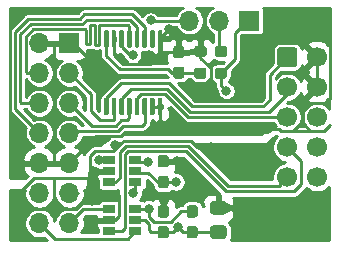
<source format=gtl>
%TF.GenerationSoftware,KiCad,Pcbnew,(5.1.6-0)*%
%TF.CreationDate,2022-11-03T10:15:40+01:00*%
%TF.ProjectId,Monitorswitch,4d6f6e69-746f-4727-9377-697463682e6b,rev?*%
%TF.SameCoordinates,Original*%
%TF.FileFunction,Copper,L1,Top*%
%TF.FilePolarity,Positive*%
%FSLAX46Y46*%
G04 Gerber Fmt 4.6, Leading zero omitted, Abs format (unit mm)*
G04 Created by KiCad (PCBNEW (5.1.6-0)) date 2022-11-03 10:15:40*
%MOMM*%
%LPD*%
G01*
G04 APERTURE LIST*
%TA.AperFunction,SMDPad,CuDef*%
%ADD10R,1.060000X0.650000*%
%TD*%
%TA.AperFunction,ComponentPad*%
%ADD11O,1.700000X1.700000*%
%TD*%
%TA.AperFunction,ComponentPad*%
%ADD12R,1.700000X1.700000*%
%TD*%
%TA.AperFunction,ComponentPad*%
%ADD13C,1.700000*%
%TD*%
%TA.AperFunction,ViaPad*%
%ADD14C,0.800000*%
%TD*%
%TA.AperFunction,Conductor*%
%ADD15C,0.250000*%
%TD*%
%TA.AperFunction,Conductor*%
%ADD16C,0.254000*%
%TD*%
G04 APERTURE END LIST*
D10*
%TO.P,U3,5*%
%TO.N,+5V*%
X129174600Y-107223600D03*
%TO.P,U3,6*%
%TO.N,/SWI*%
X129174600Y-106273600D03*
%TO.P,U3,4*%
%TO.N,/V_OUT*%
X129174600Y-108173600D03*
%TO.P,U3,3*%
%TO.N,/V_GFX*%
X126974600Y-108173600D03*
%TO.P,U3,2*%
%TO.N,GND*%
X126974600Y-107223600D03*
%TO.P,U3,1*%
%TO.N,/V_A*%
X126974600Y-106273600D03*
%TD*%
%TO.P,U2,5*%
%TO.N,+5V*%
X129184400Y-111389200D03*
%TO.P,U2,6*%
%TO.N,/SWI*%
X129184400Y-110439200D03*
%TO.P,U2,4*%
%TO.N,/H_OUT*%
X129184400Y-112339200D03*
%TO.P,U2,3*%
%TO.N,/H_GFX*%
X126984400Y-112339200D03*
%TO.P,U2,2*%
%TO.N,GND*%
X126984400Y-111389200D03*
%TO.P,U2,1*%
%TO.N,/H_A*%
X126984400Y-110439200D03*
%TD*%
D11*
%TO.P,J3,3*%
%TO.N,/SWI*%
X133760000Y-94500000D03*
%TO.P,J3,2*%
%TO.N,GND*%
X136300000Y-94500000D03*
D12*
%TO.P,J3,1*%
%TO.N,+5V*%
X138840000Y-94500000D03*
%TD*%
D13*
%TO.P,J1,10*%
%TO.N,Net-(J1-Pad10)*%
X144590000Y-107740000D03*
%TO.P,J1,8*%
%TO.N,Net-(J1-Pad8)*%
X144590000Y-105200000D03*
%TO.P,J1,6*%
%TO.N,Net-(J1-Pad6)*%
X144590000Y-102660000D03*
%TO.P,J1,4*%
%TO.N,GNDA*%
X144590000Y-100120000D03*
%TO.P,J1,2*%
X144590000Y-97580000D03*
%TO.P,J1,9*%
%TO.N,/V_GFX*%
X142050000Y-107740000D03*
%TO.P,J1,7*%
%TO.N,/H_GFX*%
X142050000Y-105200000D03*
%TO.P,J1,5*%
%TO.N,/B_GFX*%
X142050000Y-102660000D03*
%TO.P,J1,3*%
%TO.N,/G_GFX*%
X142050000Y-100120000D03*
%TO.P,J1,1*%
%TO.N,/R_GFX*%
%TA.AperFunction,ComponentPad*%
G36*
G01*
X141200000Y-98180000D02*
X141200000Y-96980000D01*
G75*
G02*
X141450000Y-96730000I250000J0D01*
G01*
X142650000Y-96730000D01*
G75*
G02*
X142900000Y-96980000I0J-250000D01*
G01*
X142900000Y-98180000D01*
G75*
G02*
X142650000Y-98430000I-250000J0D01*
G01*
X141450000Y-98430000D01*
G75*
G02*
X141200000Y-98180000I0J250000D01*
G01*
G37*
%TD.AperFunction*%
%TD*%
%TO.P,R1,2*%
%TO.N,/SWI*%
%TA.AperFunction,SMDPad,CuDef*%
G36*
G01*
X134237500Y-111175000D02*
X133762500Y-111175000D01*
G75*
G02*
X133525000Y-110937500I0J237500D01*
G01*
X133525000Y-110362500D01*
G75*
G02*
X133762500Y-110125000I237500J0D01*
G01*
X134237500Y-110125000D01*
G75*
G02*
X134475000Y-110362500I0J-237500D01*
G01*
X134475000Y-110937500D01*
G75*
G02*
X134237500Y-111175000I-237500J0D01*
G01*
G37*
%TD.AperFunction*%
%TO.P,R1,1*%
%TO.N,+5V*%
%TA.AperFunction,SMDPad,CuDef*%
G36*
G01*
X134237500Y-112925000D02*
X133762500Y-112925000D01*
G75*
G02*
X133525000Y-112687500I0J237500D01*
G01*
X133525000Y-112112500D01*
G75*
G02*
X133762500Y-111875000I237500J0D01*
G01*
X134237500Y-111875000D01*
G75*
G02*
X134475000Y-112112500I0J-237500D01*
G01*
X134475000Y-112687500D01*
G75*
G02*
X134237500Y-112925000I-237500J0D01*
G01*
G37*
%TD.AperFunction*%
%TD*%
D11*
%TO.P,J2,14*%
%TO.N,/H_OUT*%
X121060000Y-111640000D03*
%TO.P,J2,13*%
%TO.N,/H_A*%
X123600000Y-111640000D03*
%TO.P,J2,12*%
%TO.N,/V_OUT*%
X121060000Y-109100000D03*
%TO.P,J2,11*%
%TO.N,/V_A*%
X123600000Y-109100000D03*
%TO.P,J2,10*%
%TO.N,GNDA*%
X121060000Y-106560000D03*
%TO.P,J2,9*%
X123600000Y-106560000D03*
%TO.P,J2,8*%
%TO.N,/B_OUT*%
X121060000Y-104020000D03*
%TO.P,J2,7*%
%TO.N,/B_A*%
X123600000Y-104020000D03*
%TO.P,J2,6*%
%TO.N,/G_OUT*%
X121060000Y-101480000D03*
%TO.P,J2,5*%
%TO.N,/G_A*%
X123600000Y-101480000D03*
%TO.P,J2,4*%
%TO.N,/R_OUT*%
X121060000Y-98940000D03*
%TO.P,J2,3*%
%TO.N,/R_A*%
X123600000Y-98940000D03*
%TO.P,J2,2*%
%TO.N,GNDA*%
X121060000Y-96400000D03*
D12*
%TO.P,J2,1*%
X123600000Y-96400000D03*
%TD*%
%TO.P,FB2,2*%
%TO.N,GND*%
%TA.AperFunction,SMDPad,CuDef*%
G36*
G01*
X135925000Y-97337500D02*
X135925000Y-96862500D01*
G75*
G02*
X136162500Y-96625000I237500J0D01*
G01*
X136737500Y-96625000D01*
G75*
G02*
X136975000Y-96862500I0J-237500D01*
G01*
X136975000Y-97337500D01*
G75*
G02*
X136737500Y-97575000I-237500J0D01*
G01*
X136162500Y-97575000D01*
G75*
G02*
X135925000Y-97337500I0J237500D01*
G01*
G37*
%TD.AperFunction*%
%TO.P,FB2,1*%
%TO.N,GNDA*%
%TA.AperFunction,SMDPad,CuDef*%
G36*
G01*
X134175000Y-97337500D02*
X134175000Y-96862500D01*
G75*
G02*
X134412500Y-96625000I237500J0D01*
G01*
X134987500Y-96625000D01*
G75*
G02*
X135225000Y-96862500I0J-237500D01*
G01*
X135225000Y-97337500D01*
G75*
G02*
X134987500Y-97575000I-237500J0D01*
G01*
X134412500Y-97575000D01*
G75*
G02*
X134175000Y-97337500I0J237500D01*
G01*
G37*
%TD.AperFunction*%
%TD*%
%TO.P,FB1,2*%
%TO.N,+5V*%
%TA.AperFunction,SMDPad,CuDef*%
G36*
G01*
X135900000Y-99187500D02*
X135900000Y-98712500D01*
G75*
G02*
X136137500Y-98475000I237500J0D01*
G01*
X136712500Y-98475000D01*
G75*
G02*
X136950000Y-98712500I0J-237500D01*
G01*
X136950000Y-99187500D01*
G75*
G02*
X136712500Y-99425000I-237500J0D01*
G01*
X136137500Y-99425000D01*
G75*
G02*
X135900000Y-99187500I0J237500D01*
G01*
G37*
%TD.AperFunction*%
%TO.P,FB1,1*%
%TO.N,+5VA*%
%TA.AperFunction,SMDPad,CuDef*%
G36*
G01*
X134150000Y-99187500D02*
X134150000Y-98712500D01*
G75*
G02*
X134387500Y-98475000I237500J0D01*
G01*
X134962500Y-98475000D01*
G75*
G02*
X135200000Y-98712500I0J-237500D01*
G01*
X135200000Y-99187500D01*
G75*
G02*
X134962500Y-99425000I-237500J0D01*
G01*
X134387500Y-99425000D01*
G75*
G02*
X134150000Y-99187500I0J237500D01*
G01*
G37*
%TD.AperFunction*%
%TD*%
%TO.P,C4,2*%
%TO.N,GND*%
%TA.AperFunction,SMDPad,CuDef*%
G36*
G01*
X136657501Y-110920000D02*
X135757499Y-110920000D01*
G75*
G02*
X135507500Y-110670001I0J249999D01*
G01*
X135507500Y-110019999D01*
G75*
G02*
X135757499Y-109770000I249999J0D01*
G01*
X136657501Y-109770000D01*
G75*
G02*
X136907500Y-110019999I0J-249999D01*
G01*
X136907500Y-110670001D01*
G75*
G02*
X136657501Y-110920000I-249999J0D01*
G01*
G37*
%TD.AperFunction*%
%TO.P,C4,1*%
%TO.N,+5V*%
%TA.AperFunction,SMDPad,CuDef*%
G36*
G01*
X136657501Y-112970000D02*
X135757499Y-112970000D01*
G75*
G02*
X135507500Y-112720001I0J249999D01*
G01*
X135507500Y-112069999D01*
G75*
G02*
X135757499Y-111820000I249999J0D01*
G01*
X136657501Y-111820000D01*
G75*
G02*
X136907500Y-112069999I0J-249999D01*
G01*
X136907500Y-112720001D01*
G75*
G02*
X136657501Y-112970000I-249999J0D01*
G01*
G37*
%TD.AperFunction*%
%TD*%
%TO.P,C3,2*%
%TO.N,GND*%
%TA.AperFunction,SMDPad,CuDef*%
G36*
G01*
X131787500Y-106925000D02*
X131312500Y-106925000D01*
G75*
G02*
X131075000Y-106687500I0J237500D01*
G01*
X131075000Y-106112500D01*
G75*
G02*
X131312500Y-105875000I237500J0D01*
G01*
X131787500Y-105875000D01*
G75*
G02*
X132025000Y-106112500I0J-237500D01*
G01*
X132025000Y-106687500D01*
G75*
G02*
X131787500Y-106925000I-237500J0D01*
G01*
G37*
%TD.AperFunction*%
%TO.P,C3,1*%
%TO.N,+5V*%
%TA.AperFunction,SMDPad,CuDef*%
G36*
G01*
X131787500Y-108675000D02*
X131312500Y-108675000D01*
G75*
G02*
X131075000Y-108437500I0J237500D01*
G01*
X131075000Y-107862500D01*
G75*
G02*
X131312500Y-107625000I237500J0D01*
G01*
X131787500Y-107625000D01*
G75*
G02*
X132025000Y-107862500I0J-237500D01*
G01*
X132025000Y-108437500D01*
G75*
G02*
X131787500Y-108675000I-237500J0D01*
G01*
G37*
%TD.AperFunction*%
%TD*%
%TO.P,C2,2*%
%TO.N,GND*%
%TA.AperFunction,SMDPad,CuDef*%
G36*
G01*
X131787500Y-111175000D02*
X131312500Y-111175000D01*
G75*
G02*
X131075000Y-110937500I0J237500D01*
G01*
X131075000Y-110362500D01*
G75*
G02*
X131312500Y-110125000I237500J0D01*
G01*
X131787500Y-110125000D01*
G75*
G02*
X132025000Y-110362500I0J-237500D01*
G01*
X132025000Y-110937500D01*
G75*
G02*
X131787500Y-111175000I-237500J0D01*
G01*
G37*
%TD.AperFunction*%
%TO.P,C2,1*%
%TO.N,+5V*%
%TA.AperFunction,SMDPad,CuDef*%
G36*
G01*
X131787500Y-112925000D02*
X131312500Y-112925000D01*
G75*
G02*
X131075000Y-112687500I0J237500D01*
G01*
X131075000Y-112112500D01*
G75*
G02*
X131312500Y-111875000I237500J0D01*
G01*
X131787500Y-111875000D01*
G75*
G02*
X132025000Y-112112500I0J-237500D01*
G01*
X132025000Y-112687500D01*
G75*
G02*
X131787500Y-112925000I-237500J0D01*
G01*
G37*
%TD.AperFunction*%
%TD*%
%TO.P,C1,2*%
%TO.N,GNDA*%
%TA.AperFunction,SMDPad,CuDef*%
G36*
G01*
X133087500Y-97675000D02*
X132612500Y-97675000D01*
G75*
G02*
X132375000Y-97437500I0J237500D01*
G01*
X132375000Y-96862500D01*
G75*
G02*
X132612500Y-96625000I237500J0D01*
G01*
X133087500Y-96625000D01*
G75*
G02*
X133325000Y-96862500I0J-237500D01*
G01*
X133325000Y-97437500D01*
G75*
G02*
X133087500Y-97675000I-237500J0D01*
G01*
G37*
%TD.AperFunction*%
%TO.P,C1,1*%
%TO.N,+5VA*%
%TA.AperFunction,SMDPad,CuDef*%
G36*
G01*
X133087500Y-99425000D02*
X132612500Y-99425000D01*
G75*
G02*
X132375000Y-99187500I0J237500D01*
G01*
X132375000Y-98612500D01*
G75*
G02*
X132612500Y-98375000I237500J0D01*
G01*
X133087500Y-98375000D01*
G75*
G02*
X133325000Y-98612500I0J-237500D01*
G01*
X133325000Y-99187500D01*
G75*
G02*
X133087500Y-99425000I-237500J0D01*
G01*
G37*
%TD.AperFunction*%
%TD*%
%TO.P,U1,16*%
%TO.N,+5VA*%
%TA.AperFunction,SMDPad,CuDef*%
G36*
G01*
X126825000Y-96775000D02*
X126625000Y-96775000D01*
G75*
G02*
X126525000Y-96675000I0J100000D01*
G01*
X126525000Y-95400000D01*
G75*
G02*
X126625000Y-95300000I100000J0D01*
G01*
X126825000Y-95300000D01*
G75*
G02*
X126925000Y-95400000I0J-100000D01*
G01*
X126925000Y-96675000D01*
G75*
G02*
X126825000Y-96775000I-100000J0D01*
G01*
G37*
%TD.AperFunction*%
%TO.P,U1,15*%
%TO.N,GNDA*%
%TA.AperFunction,SMDPad,CuDef*%
G36*
G01*
X127475000Y-96775000D02*
X127275000Y-96775000D01*
G75*
G02*
X127175000Y-96675000I0J100000D01*
G01*
X127175000Y-95400000D01*
G75*
G02*
X127275000Y-95300000I100000J0D01*
G01*
X127475000Y-95300000D01*
G75*
G02*
X127575000Y-95400000I0J-100000D01*
G01*
X127575000Y-96675000D01*
G75*
G02*
X127475000Y-96775000I-100000J0D01*
G01*
G37*
%TD.AperFunction*%
%TO.P,U1,14*%
%TO.N,/SWI*%
%TA.AperFunction,SMDPad,CuDef*%
G36*
G01*
X128125000Y-96775000D02*
X127925000Y-96775000D01*
G75*
G02*
X127825000Y-96675000I0J100000D01*
G01*
X127825000Y-95400000D01*
G75*
G02*
X127925000Y-95300000I100000J0D01*
G01*
X128125000Y-95300000D01*
G75*
G02*
X128225000Y-95400000I0J-100000D01*
G01*
X128225000Y-96675000D01*
G75*
G02*
X128125000Y-96775000I-100000J0D01*
G01*
G37*
%TD.AperFunction*%
%TO.P,U1,13*%
%TO.N,/R_OUT*%
%TA.AperFunction,SMDPad,CuDef*%
G36*
G01*
X128775000Y-96775000D02*
X128575000Y-96775000D01*
G75*
G02*
X128475000Y-96675000I0J100000D01*
G01*
X128475000Y-95400000D01*
G75*
G02*
X128575000Y-95300000I100000J0D01*
G01*
X128775000Y-95300000D01*
G75*
G02*
X128875000Y-95400000I0J-100000D01*
G01*
X128875000Y-96675000D01*
G75*
G02*
X128775000Y-96775000I-100000J0D01*
G01*
G37*
%TD.AperFunction*%
%TO.P,U1,12*%
%TO.N,/G_OUT*%
%TA.AperFunction,SMDPad,CuDef*%
G36*
G01*
X129425000Y-96775000D02*
X129225000Y-96775000D01*
G75*
G02*
X129125000Y-96675000I0J100000D01*
G01*
X129125000Y-95400000D01*
G75*
G02*
X129225000Y-95300000I100000J0D01*
G01*
X129425000Y-95300000D01*
G75*
G02*
X129525000Y-95400000I0J-100000D01*
G01*
X129525000Y-96675000D01*
G75*
G02*
X129425000Y-96775000I-100000J0D01*
G01*
G37*
%TD.AperFunction*%
%TO.P,U1,11*%
%TO.N,/B_OUT*%
%TA.AperFunction,SMDPad,CuDef*%
G36*
G01*
X130075000Y-96775000D02*
X129875000Y-96775000D01*
G75*
G02*
X129775000Y-96675000I0J100000D01*
G01*
X129775000Y-95400000D01*
G75*
G02*
X129875000Y-95300000I100000J0D01*
G01*
X130075000Y-95300000D01*
G75*
G02*
X130175000Y-95400000I0J-100000D01*
G01*
X130175000Y-96675000D01*
G75*
G02*
X130075000Y-96775000I-100000J0D01*
G01*
G37*
%TD.AperFunction*%
%TO.P,U1,10*%
%TO.N,Net-(U1-Pad10)*%
%TA.AperFunction,SMDPad,CuDef*%
G36*
G01*
X130725000Y-96775000D02*
X130525000Y-96775000D01*
G75*
G02*
X130425000Y-96675000I0J100000D01*
G01*
X130425000Y-95400000D01*
G75*
G02*
X130525000Y-95300000I100000J0D01*
G01*
X130725000Y-95300000D01*
G75*
G02*
X130825000Y-95400000I0J-100000D01*
G01*
X130825000Y-96675000D01*
G75*
G02*
X130725000Y-96775000I-100000J0D01*
G01*
G37*
%TD.AperFunction*%
%TO.P,U1,9*%
%TO.N,GNDA*%
%TA.AperFunction,SMDPad,CuDef*%
G36*
G01*
X131375000Y-96775000D02*
X131175000Y-96775000D01*
G75*
G02*
X131075000Y-96675000I0J100000D01*
G01*
X131075000Y-95400000D01*
G75*
G02*
X131175000Y-95300000I100000J0D01*
G01*
X131375000Y-95300000D01*
G75*
G02*
X131475000Y-95400000I0J-100000D01*
G01*
X131475000Y-96675000D01*
G75*
G02*
X131375000Y-96775000I-100000J0D01*
G01*
G37*
%TD.AperFunction*%
%TO.P,U1,8*%
%TA.AperFunction,SMDPad,CuDef*%
G36*
G01*
X131375000Y-102500000D02*
X131175000Y-102500000D01*
G75*
G02*
X131075000Y-102400000I0J100000D01*
G01*
X131075000Y-101125000D01*
G75*
G02*
X131175000Y-101025000I100000J0D01*
G01*
X131375000Y-101025000D01*
G75*
G02*
X131475000Y-101125000I0J-100000D01*
G01*
X131475000Y-102400000D01*
G75*
G02*
X131375000Y-102500000I-100000J0D01*
G01*
G37*
%TD.AperFunction*%
%TO.P,U1,7*%
%TA.AperFunction,SMDPad,CuDef*%
G36*
G01*
X130725000Y-102500000D02*
X130525000Y-102500000D01*
G75*
G02*
X130425000Y-102400000I0J100000D01*
G01*
X130425000Y-101125000D01*
G75*
G02*
X130525000Y-101025000I100000J0D01*
G01*
X130725000Y-101025000D01*
G75*
G02*
X130825000Y-101125000I0J-100000D01*
G01*
X130825000Y-102400000D01*
G75*
G02*
X130725000Y-102500000I-100000J0D01*
G01*
G37*
%TD.AperFunction*%
%TO.P,U1,6*%
%TO.N,/B_A*%
%TA.AperFunction,SMDPad,CuDef*%
G36*
G01*
X130075000Y-102500000D02*
X129875000Y-102500000D01*
G75*
G02*
X129775000Y-102400000I0J100000D01*
G01*
X129775000Y-101125000D01*
G75*
G02*
X129875000Y-101025000I100000J0D01*
G01*
X130075000Y-101025000D01*
G75*
G02*
X130175000Y-101125000I0J-100000D01*
G01*
X130175000Y-102400000D01*
G75*
G02*
X130075000Y-102500000I-100000J0D01*
G01*
G37*
%TD.AperFunction*%
%TO.P,U1,5*%
%TO.N,/B_GFX*%
%TA.AperFunction,SMDPad,CuDef*%
G36*
G01*
X129425000Y-102500000D02*
X129225000Y-102500000D01*
G75*
G02*
X129125000Y-102400000I0J100000D01*
G01*
X129125000Y-101125000D01*
G75*
G02*
X129225000Y-101025000I100000J0D01*
G01*
X129425000Y-101025000D01*
G75*
G02*
X129525000Y-101125000I0J-100000D01*
G01*
X129525000Y-102400000D01*
G75*
G02*
X129425000Y-102500000I-100000J0D01*
G01*
G37*
%TD.AperFunction*%
%TO.P,U1,4*%
%TO.N,/G_A*%
%TA.AperFunction,SMDPad,CuDef*%
G36*
G01*
X128775000Y-102500000D02*
X128575000Y-102500000D01*
G75*
G02*
X128475000Y-102400000I0J100000D01*
G01*
X128475000Y-101125000D01*
G75*
G02*
X128575000Y-101025000I100000J0D01*
G01*
X128775000Y-101025000D01*
G75*
G02*
X128875000Y-101125000I0J-100000D01*
G01*
X128875000Y-102400000D01*
G75*
G02*
X128775000Y-102500000I-100000J0D01*
G01*
G37*
%TD.AperFunction*%
%TO.P,U1,3*%
%TO.N,/G_GFX*%
%TA.AperFunction,SMDPad,CuDef*%
G36*
G01*
X128125000Y-102500000D02*
X127925000Y-102500000D01*
G75*
G02*
X127825000Y-102400000I0J100000D01*
G01*
X127825000Y-101125000D01*
G75*
G02*
X127925000Y-101025000I100000J0D01*
G01*
X128125000Y-101025000D01*
G75*
G02*
X128225000Y-101125000I0J-100000D01*
G01*
X128225000Y-102400000D01*
G75*
G02*
X128125000Y-102500000I-100000J0D01*
G01*
G37*
%TD.AperFunction*%
%TO.P,U1,2*%
%TO.N,/R_A*%
%TA.AperFunction,SMDPad,CuDef*%
G36*
G01*
X127475000Y-102500000D02*
X127275000Y-102500000D01*
G75*
G02*
X127175000Y-102400000I0J100000D01*
G01*
X127175000Y-101125000D01*
G75*
G02*
X127275000Y-101025000I100000J0D01*
G01*
X127475000Y-101025000D01*
G75*
G02*
X127575000Y-101125000I0J-100000D01*
G01*
X127575000Y-102400000D01*
G75*
G02*
X127475000Y-102500000I-100000J0D01*
G01*
G37*
%TD.AperFunction*%
%TO.P,U1,1*%
%TO.N,/R_GFX*%
%TA.AperFunction,SMDPad,CuDef*%
G36*
G01*
X126825000Y-102500000D02*
X126625000Y-102500000D01*
G75*
G02*
X126525000Y-102400000I0J100000D01*
G01*
X126525000Y-101125000D01*
G75*
G02*
X126625000Y-101025000I100000J0D01*
G01*
X126825000Y-101025000D01*
G75*
G02*
X126925000Y-101125000I0J-100000D01*
G01*
X126925000Y-102400000D01*
G75*
G02*
X126825000Y-102500000I-100000J0D01*
G01*
G37*
%TD.AperFunction*%
%TD*%
D14*
%TO.N,/SWI*%
X129000000Y-97425000D03*
X130474062Y-94475937D03*
X130276600Y-106426000D03*
X130350000Y-110436400D03*
%TO.N,/V_OUT*%
X129019999Y-109046812D03*
%TO.N,/V_A*%
X126085600Y-106273600D03*
%TO.N,GND*%
X140000000Y-105400000D03*
X135600000Y-105200000D03*
X125476000Y-109728000D03*
X119126000Y-110998000D03*
X136969500Y-110363000D03*
X125831600Y-107315000D03*
X132689600Y-106400600D03*
X125476000Y-111404400D03*
X119278400Y-112623600D03*
X144983200Y-112598200D03*
X143535400Y-109321600D03*
X137972800Y-112649000D03*
X138074400Y-109829600D03*
X131572000Y-109728000D03*
X127448255Y-105000028D03*
X138684000Y-107442000D03*
X134620000Y-109220000D03*
%TO.N,+5V*%
X132600000Y-108150000D03*
X136900000Y-100450000D03*
X132789787Y-111999950D03*
%TO.N,GNDA*%
X132000000Y-95225000D03*
X140450000Y-103700000D03*
X119380000Y-93980000D03*
X145034000Y-93726000D03*
X126746000Y-99237800D03*
X139395200Y-100584000D03*
X134442200Y-100863400D03*
X136702800Y-103682800D03*
X132105400Y-103682800D03*
X125443200Y-104716800D03*
X131495800Y-97866200D03*
%TD*%
D15*
%TO.N,/SWI*%
X128723942Y-97425000D02*
X129000000Y-97425000D01*
X128025000Y-96726058D02*
X128723942Y-97425000D01*
X128025000Y-96037500D02*
X128025000Y-96726058D01*
X133650000Y-111000000D02*
X134000000Y-110650000D01*
X130498125Y-94500000D02*
X133760000Y-94500000D01*
X130474062Y-94475937D02*
X130498125Y-94500000D01*
X129235200Y-106426000D02*
X129184400Y-106375200D01*
X130276600Y-106426000D02*
X129235200Y-106426000D01*
X130347200Y-110439200D02*
X130350000Y-110436400D01*
X129184400Y-110439200D02*
X130347200Y-110439200D01*
X132216725Y-111500010D02*
X133066735Y-110650000D01*
X130734220Y-111500010D02*
X132216725Y-111500010D01*
X130350000Y-111115790D02*
X130734220Y-111500010D01*
X133066735Y-110650000D02*
X134000000Y-110650000D01*
X130350000Y-110436400D02*
X130350000Y-111115790D01*
%TO.N,/V_OUT*%
X129174600Y-108892211D02*
X129019999Y-109046812D01*
X129174600Y-108173600D02*
X129174600Y-108892211D01*
%TO.N,/V_A*%
X127101600Y-106375200D02*
X126984400Y-106375200D01*
X123600000Y-109100000D02*
X124326000Y-109100000D01*
X126974600Y-106273600D02*
X126085600Y-106273600D01*
%TO.N,/V_GFX*%
X137041401Y-108464991D02*
X133676390Y-105099980D01*
X128373608Y-105099980D02*
X127844990Y-105628598D01*
X133676390Y-105099980D02*
X128373608Y-105099980D01*
X141325009Y-108464991D02*
X137041401Y-108464991D01*
X127844990Y-105628598D02*
X127844990Y-105631810D01*
X142050000Y-107740000D02*
X141325009Y-108464991D01*
X127464602Y-108173600D02*
X126974600Y-108173600D01*
X127844990Y-107793212D02*
X127464602Y-108173600D01*
X127844990Y-105628598D02*
X127844990Y-107793212D01*
%TO.N,GND*%
X136300000Y-96950000D02*
X136450000Y-97100000D01*
X136300000Y-94500000D02*
X136300000Y-96950000D01*
X136951500Y-110345000D02*
X136969500Y-110363000D01*
X136207500Y-110345000D02*
X136951500Y-110345000D01*
X119659001Y-110464999D02*
X119126000Y-110998000D01*
X123974003Y-110464999D02*
X119659001Y-110464999D01*
X124711002Y-109728000D02*
X123974003Y-110464999D01*
X125476000Y-109728000D02*
X124711002Y-109728000D01*
X125841800Y-107325200D02*
X125831600Y-107315000D01*
X126984400Y-107325200D02*
X125841800Y-107325200D01*
X125831600Y-107315000D02*
X125831600Y-107365800D01*
X136207500Y-109257520D02*
X135082500Y-108132520D01*
X136207500Y-110345000D02*
X136207500Y-109257520D01*
X132689000Y-106400000D02*
X132689600Y-106400600D01*
X131550000Y-106400000D02*
X132689000Y-106400000D01*
X133350580Y-106400600D02*
X135082500Y-108132520D01*
X132689600Y-106400600D02*
X133350580Y-106400600D01*
X126969200Y-111404400D02*
X126984400Y-111389200D01*
X125476000Y-111404400D02*
X126969200Y-111404400D01*
X135082500Y-109220000D02*
X135082500Y-108132520D01*
X132105400Y-109220000D02*
X134620000Y-109220000D01*
X131597400Y-109728000D02*
X132105400Y-109220000D01*
X131572000Y-109728000D02*
X131597400Y-109728000D01*
X131555399Y-109711399D02*
X131572000Y-109728000D01*
X125730000Y-107416600D02*
X125831600Y-107315000D01*
X124138591Y-110464999D02*
X125730000Y-108873590D01*
X123225997Y-110464999D02*
X124138591Y-110464999D01*
X122327990Y-107849990D02*
X122327990Y-109566992D01*
X125730000Y-108873590D02*
X125730000Y-107416600D01*
X122327990Y-109566992D02*
X123225997Y-110464999D01*
X119126000Y-109294998D02*
X120571008Y-107849990D01*
X120571008Y-107849990D02*
X122327990Y-107849990D01*
X119126000Y-110998000D02*
X119126000Y-109294998D01*
X122327990Y-107849990D02*
X125068010Y-107849990D01*
X125068010Y-107849990D02*
X125476000Y-108257980D01*
X125476000Y-108257980D02*
X125476000Y-109728000D01*
X127474402Y-111389200D02*
X126984400Y-111389200D01*
X127839401Y-111024201D02*
X127474402Y-111389200D01*
X127839401Y-109297401D02*
X127839401Y-111024201D01*
X127609600Y-109067600D02*
X127839401Y-109297401D01*
X126288800Y-109067600D02*
X127609600Y-109067600D01*
X125628400Y-109728000D02*
X126288800Y-109067600D01*
X125476000Y-109728000D02*
X125628400Y-109728000D01*
X133862790Y-104649970D02*
X128187207Y-104649971D01*
X134412820Y-105200000D02*
X133862790Y-104649970D01*
X135600000Y-105200000D02*
X134412820Y-105200000D01*
X127288579Y-105548599D02*
X125737599Y-105548599D01*
X125360599Y-106843999D02*
X125831600Y-107315000D01*
X125360599Y-105925599D02*
X125360599Y-106843999D01*
X125737599Y-105548599D02*
X125360599Y-105925599D01*
X127975589Y-104861589D02*
X127548411Y-104861589D01*
X128187207Y-104649971D02*
X127975589Y-104861589D01*
X127975589Y-104861589D02*
X127288579Y-105548599D01*
X127448255Y-104961745D02*
X127448255Y-105000028D01*
X127548411Y-104861589D02*
X127448255Y-104961745D01*
X134620000Y-109220000D02*
X135082500Y-109220000D01*
%TO.N,+5V*%
X132600000Y-108150000D02*
X131550000Y-108150000D01*
X134005000Y-112395000D02*
X134000000Y-112400000D01*
X138840000Y-94500000D02*
X138672000Y-94500000D01*
X137626500Y-95545500D02*
X137626500Y-97748500D01*
X138672000Y-94500000D02*
X137626500Y-95545500D01*
X136425000Y-98950000D02*
X137626500Y-97748500D01*
X136425000Y-98950000D02*
X136425000Y-99975000D01*
X136425000Y-99975000D02*
X136900000Y-100450000D01*
X132389737Y-112400000D02*
X132789787Y-111999950D01*
X131550000Y-112400000D02*
X132389737Y-112400000D01*
X136207500Y-112395000D02*
X134005000Y-112395000D01*
X134000000Y-112400000D02*
X133189837Y-112400000D01*
X133189837Y-112400000D02*
X132789787Y-111999950D01*
X131550000Y-108150000D02*
X131086200Y-108150000D01*
X130286200Y-107350000D02*
X130210000Y-107350000D01*
X131086200Y-108150000D02*
X130286200Y-107350000D01*
X130210000Y-107350000D02*
X129150000Y-107350000D01*
X129987000Y-111389200D02*
X129184400Y-111389200D01*
X130327400Y-111729600D02*
X129987000Y-111389200D01*
X130327400Y-112242600D02*
X130327400Y-111729600D01*
X130484800Y-112400000D02*
X130327400Y-112242600D01*
X131550000Y-112400000D02*
X130484800Y-112400000D01*
%TO.N,/R_OUT*%
X121060000Y-98940000D02*
X121060000Y-99412000D01*
X124968000Y-95504000D02*
X124968000Y-95758000D01*
X119884999Y-95835999D02*
X119884999Y-98802999D01*
X120495999Y-95224999D02*
X119884999Y-95835999D01*
X119884999Y-98802999D02*
X120022000Y-98940000D01*
X120022000Y-98940000D02*
X121060000Y-98940000D01*
X124710001Y-95224999D02*
X124485001Y-95224999D01*
X124485001Y-95224999D02*
X120495999Y-95224999D01*
X128550000Y-94850000D02*
X128675000Y-94975000D01*
X126130000Y-94850000D02*
X128550000Y-94850000D01*
X124968000Y-95250000D02*
X124968000Y-96469200D01*
X125368000Y-94850000D02*
X125730000Y-94850000D01*
X125368000Y-96475600D02*
X125368000Y-94850000D01*
X126111000Y-96520000D02*
X126111000Y-94869000D01*
X124485001Y-95224999D02*
X124942999Y-95224999D01*
X125730000Y-96520000D02*
X126111000Y-96520000D01*
X125361600Y-96469200D02*
X125368000Y-96475600D01*
X126111000Y-94869000D02*
X126130000Y-94850000D01*
X128675000Y-94975000D02*
X128675000Y-96037500D01*
X124968000Y-96469200D02*
X125361600Y-96469200D01*
X125730000Y-94850000D02*
X125730000Y-96520000D01*
X124942999Y-95224999D02*
X124968000Y-95250000D01*
%TO.N,/G_OUT*%
X119500000Y-101480000D02*
X119434989Y-101414989D01*
X121060000Y-101480000D02*
X119500000Y-101480000D01*
X119434989Y-95649599D02*
X119434989Y-99114989D01*
X120309598Y-94774990D02*
X119434989Y-95649599D01*
X124688601Y-94774989D02*
X120309598Y-94774990D01*
X125063600Y-94399990D02*
X124688601Y-94774989D01*
X129325000Y-94988590D02*
X128736400Y-94399990D01*
X128736400Y-94399990D02*
X125063600Y-94399990D01*
X119434989Y-99114989D02*
X119434989Y-99060000D01*
X129325000Y-96037500D02*
X129325000Y-94988590D01*
X119434989Y-101414989D02*
X119434989Y-99114989D01*
%TO.N,/B_OUT*%
X118984979Y-101944979D02*
X121060000Y-104020000D01*
X118984979Y-95463199D02*
X118984979Y-101944979D01*
X120123197Y-94324981D02*
X118984979Y-95463199D01*
X124502199Y-94324981D02*
X120123197Y-94324981D01*
X124877198Y-93949982D02*
X124502199Y-94324981D01*
X128922799Y-93949981D02*
X124877198Y-93949982D01*
X129975000Y-95002180D02*
X128922799Y-93949981D01*
X129975000Y-96037500D02*
X129975000Y-95002180D01*
%TO.N,/B_A*%
X123794981Y-103825019D02*
X123600000Y-104020000D01*
X127747801Y-103825019D02*
X123794981Y-103825019D01*
X128136830Y-103435990D02*
X127747801Y-103825019D01*
X129736010Y-103435990D02*
X128136830Y-103435990D01*
X129975000Y-103197000D02*
X129736010Y-103435990D01*
X129975000Y-101762500D02*
X129975000Y-103197000D01*
%TO.N,/B_GFX*%
X134195000Y-102660000D02*
X142050000Y-102660000D01*
X129698942Y-100700000D02*
X131688000Y-100700000D01*
X133648000Y-102660000D02*
X134195000Y-102660000D01*
X131688000Y-100700000D02*
X133648000Y-102660000D01*
X129325000Y-101073942D02*
X129698942Y-100700000D01*
X129325000Y-101762500D02*
X129325000Y-101073942D01*
%TO.N,/G_A*%
X125495010Y-103375010D02*
X123600000Y-101480000D01*
X127561400Y-103375010D02*
X125495010Y-103375010D01*
X128008420Y-102927990D02*
X127561400Y-103375010D01*
X128466010Y-102927990D02*
X128008420Y-102927990D01*
X128675000Y-102719000D02*
X128466010Y-102927990D01*
X128675000Y-101762500D02*
X128675000Y-102719000D01*
%TO.N,/G_GFX*%
X140540010Y-102209990D02*
X142050000Y-100700000D01*
X128848952Y-100249990D02*
X131874401Y-100249991D01*
X142050000Y-100700000D02*
X142050000Y-100120000D01*
X133834400Y-102209990D02*
X140540010Y-102209990D01*
X128025000Y-101073942D02*
X128848952Y-100249990D01*
X131874401Y-100249991D02*
X133834400Y-102209990D01*
X128025000Y-101762500D02*
X128025000Y-101073942D01*
%TO.N,/R_A*%
X125400000Y-102150000D02*
X125400000Y-100740000D01*
X127375000Y-102925000D02*
X126175000Y-102925000D01*
X125400000Y-100740000D02*
X123600000Y-98940000D01*
X126175000Y-102925000D02*
X125400000Y-102150000D01*
X127375000Y-101762500D02*
X127375000Y-102925000D01*
%TO.N,/R_GFX*%
X139990020Y-101759980D02*
X140550000Y-101200000D01*
X140550000Y-101200000D02*
X140550000Y-99080000D01*
X134020800Y-101759980D02*
X139990020Y-101759980D01*
X140550000Y-99080000D02*
X142050000Y-97580000D01*
X126725000Y-101073942D02*
X127998961Y-99799981D01*
X132060802Y-99799982D02*
X134020800Y-101759980D01*
X127998961Y-99799981D02*
X132060802Y-99799982D01*
X126725000Y-101762500D02*
X126725000Y-101073942D01*
%TO.N,/H_OUT*%
X122409201Y-112989201D02*
X121060000Y-111640000D01*
X128534399Y-112989201D02*
X122409201Y-112989201D01*
X129184400Y-112339200D02*
X128534399Y-112989201D01*
%TO.N,/H_A*%
X126984400Y-110226200D02*
X126984400Y-110439200D01*
X124786999Y-110453001D02*
X123600000Y-111640000D01*
X126970599Y-110453001D02*
X124786999Y-110453001D01*
X126984400Y-110439200D02*
X126970599Y-110453001D01*
%TO.N,/H_GFX*%
X128294999Y-105814999D02*
X128294999Y-108993211D01*
X142614001Y-108915001D02*
X136855001Y-108915001D01*
X128560008Y-105549990D02*
X128294999Y-105814999D01*
X136855001Y-108915001D02*
X133489990Y-105549990D01*
X133489990Y-105549990D02*
X128560008Y-105549990D01*
X143225001Y-106375001D02*
X143225001Y-108304001D01*
X143225001Y-108304001D02*
X142614001Y-108915001D01*
X142050000Y-105200000D02*
X143225001Y-106375001D01*
X128294999Y-112038999D02*
X128065998Y-112268000D01*
X128294999Y-108993211D02*
X128294999Y-112038999D01*
X127055600Y-112268000D02*
X126984400Y-112339200D01*
X128065998Y-112268000D02*
X127055600Y-112268000D01*
%TO.N,GNDA*%
X127375000Y-96037500D02*
X127375000Y-97425000D01*
X127375000Y-97425000D02*
X128100000Y-98150000D01*
X128100000Y-98150000D02*
X130450000Y-98150000D01*
X130450000Y-98150000D02*
X131275000Y-97325000D01*
X130625000Y-101762500D02*
X131275000Y-101762500D01*
X131275000Y-103125000D02*
X131300000Y-103150000D01*
X131275000Y-101762500D02*
X131275000Y-103125000D01*
X131287500Y-96050000D02*
X131275000Y-96037500D01*
X144590000Y-100120000D02*
X144590000Y-97580000D01*
X131450000Y-97150000D02*
X131275000Y-96975000D01*
X131275000Y-96975000D02*
X131275000Y-96037500D01*
X132850000Y-97150000D02*
X131450000Y-97150000D01*
X131275000Y-97325000D02*
X131275000Y-96975000D01*
X131275000Y-95950000D02*
X132000000Y-95225000D01*
X131275000Y-96037500D02*
X131275000Y-95950000D01*
X134650000Y-97150000D02*
X134700000Y-97100000D01*
X132850000Y-97150000D02*
X134650000Y-97150000D01*
X135574990Y-101124990D02*
X135650000Y-101200000D01*
X141211820Y-96404990D02*
X143414990Y-96404990D01*
X140099990Y-97516820D02*
X141211820Y-96404990D01*
X139900000Y-101200000D02*
X140099990Y-101000010D01*
X134700000Y-97654490D02*
X135574990Y-98529480D01*
X135650000Y-101200000D02*
X139900000Y-101200000D01*
X143414990Y-96404990D02*
X144590000Y-97580000D01*
X140099990Y-101000010D02*
X140099990Y-97516820D01*
X134700000Y-97100000D02*
X134700000Y-97654490D01*
X139900000Y-103150000D02*
X140450000Y-103700000D01*
X131300000Y-103150000D02*
X139900000Y-103150000D01*
X142544999Y-103835001D02*
X143414999Y-102965001D01*
X141485999Y-103835001D02*
X142544999Y-103835001D01*
X143414999Y-101295001D02*
X144590000Y-100120000D01*
X141350998Y-103700000D02*
X141485999Y-103835001D01*
X143414999Y-102965001D02*
X143414999Y-101295001D01*
X140450000Y-103700000D02*
X141350998Y-103700000D01*
X121060000Y-106560000D02*
X119260000Y-106560000D01*
X118534970Y-94825030D02*
X119380000Y-93980000D01*
X118534970Y-105834970D02*
X118534970Y-94825030D01*
X119260000Y-106560000D02*
X118534970Y-105834970D01*
X135574990Y-99121010D02*
X135574990Y-99370520D01*
X135574990Y-99370520D02*
X134869510Y-100076000D01*
X135574990Y-98529480D02*
X135574990Y-99121010D01*
X135574990Y-99121010D02*
X135574990Y-101124990D01*
X123600000Y-96400000D02*
X123908200Y-96400000D01*
X123908200Y-96400000D02*
X126746000Y-99237800D01*
X122326400Y-98399600D02*
X122326400Y-106502200D01*
X122268600Y-106560000D02*
X121060000Y-106560000D01*
X122326400Y-106502200D02*
X122268600Y-106560000D01*
X122326400Y-96483200D02*
X122409600Y-96400000D01*
X122409600Y-96400000D02*
X121060000Y-96400000D01*
X122326400Y-98399600D02*
X122326400Y-96483200D01*
X123600000Y-96400000D02*
X122409600Y-96400000D01*
X125443200Y-104716800D02*
X123600000Y-106560000D01*
X141485999Y-103835001D02*
X145154001Y-103835001D01*
X145154001Y-103835001D02*
X145674990Y-103314012D01*
X145364200Y-93395800D02*
X145034000Y-93726000D01*
X145338800Y-101447600D02*
X145674990Y-101111410D01*
X143414999Y-103224001D02*
X143414999Y-102095999D01*
X144063398Y-101447600D02*
X145338800Y-101447600D01*
X145674990Y-93395800D02*
X145364200Y-93395800D01*
X143414999Y-102095999D02*
X144063398Y-101447600D01*
X144025999Y-103835001D02*
X143414999Y-103224001D01*
X145674990Y-101111410D02*
X145674990Y-93395800D01*
X145154001Y-103835001D02*
X144025999Y-103835001D01*
X125884972Y-104275028D02*
X125443200Y-104716800D01*
X127934202Y-104275028D02*
X125884972Y-104275028D01*
X128323230Y-103886000D02*
X127934202Y-104275028D01*
X140264000Y-103886000D02*
X128323230Y-103886000D01*
X140450000Y-103700000D02*
X140264000Y-103886000D01*
%TO.N,+5VA*%
X132274990Y-98900000D02*
X131975000Y-98600010D01*
X132850000Y-98900000D02*
X132274990Y-98900000D01*
X131975000Y-98600010D02*
X127850010Y-98600010D01*
X126725000Y-97475000D02*
X126725000Y-96037500D01*
X127850010Y-98600010D02*
X126725000Y-97475000D01*
X132900000Y-98950000D02*
X132850000Y-98900000D01*
X134675000Y-98950000D02*
X132900000Y-98950000D01*
%TD*%
D16*
%TO.N,GND*%
G36*
X136388145Y-109240105D02*
G01*
X136334500Y-109293750D01*
X136334500Y-110218000D01*
X137383750Y-110218000D01*
X137542500Y-110059250D01*
X137545572Y-109770000D01*
X137533312Y-109645518D01*
X137497002Y-109525820D01*
X137469838Y-109475001D01*
X142586505Y-109475001D01*
X142614001Y-109477709D01*
X142641497Y-109475001D01*
X142641507Y-109475001D01*
X142723780Y-109466898D01*
X142829340Y-109434876D01*
X142926625Y-109382876D01*
X143011896Y-109312896D01*
X143029428Y-109291533D01*
X143601537Y-108719424D01*
X143622896Y-108701896D01*
X143640424Y-108680538D01*
X143640430Y-108680532D01*
X143673261Y-108640526D01*
X143770860Y-108738125D01*
X143981324Y-108878753D01*
X144215179Y-108975619D01*
X144463439Y-109025000D01*
X144716561Y-109025000D01*
X144964821Y-108975619D01*
X145198676Y-108878753D01*
X145409140Y-108738125D01*
X145565001Y-108582264D01*
X145565001Y-113053000D01*
X137254855Y-113053000D01*
X137292301Y-112982944D01*
X137331402Y-112854048D01*
X137344604Y-112720001D01*
X137344604Y-112069999D01*
X137331402Y-111935952D01*
X137292301Y-111807056D01*
X137228806Y-111688265D01*
X137143356Y-111584144D01*
X137079197Y-111531490D01*
X137151680Y-111509502D01*
X137261994Y-111450537D01*
X137358685Y-111371185D01*
X137438037Y-111274494D01*
X137497002Y-111164180D01*
X137533312Y-111044482D01*
X137545572Y-110920000D01*
X137542500Y-110630750D01*
X137383750Y-110472000D01*
X136334500Y-110472000D01*
X136334500Y-110492000D01*
X136080500Y-110492000D01*
X136080500Y-110472000D01*
X136060500Y-110472000D01*
X136060500Y-110218000D01*
X136080500Y-110218000D01*
X136080500Y-109293750D01*
X135921750Y-109135000D01*
X135507500Y-109131928D01*
X135383018Y-109144188D01*
X135263320Y-109180498D01*
X135153006Y-109239463D01*
X135056315Y-109318815D01*
X134976963Y-109415506D01*
X134917998Y-109525820D01*
X134881688Y-109645518D01*
X134869428Y-109770000D01*
X134872500Y-110059250D01*
X135031248Y-110217998D01*
X134895231Y-110217998D01*
X134860753Y-110104340D01*
X134798413Y-109987710D01*
X134714517Y-109885483D01*
X134612290Y-109801587D01*
X134495660Y-109739247D01*
X134369109Y-109700858D01*
X134237500Y-109687896D01*
X133762500Y-109687896D01*
X133630891Y-109700858D01*
X133504340Y-109739247D01*
X133387710Y-109801587D01*
X133285483Y-109885483D01*
X133201587Y-109987710D01*
X133146912Y-110090000D01*
X133094231Y-110090000D01*
X133066735Y-110087292D01*
X133039239Y-110090000D01*
X133039229Y-110090000D01*
X132956956Y-110098103D01*
X132875964Y-110122672D01*
X132851395Y-110130125D01*
X132754110Y-110182125D01*
X132733920Y-110198695D01*
X132668840Y-110252105D01*
X132661322Y-110261265D01*
X132663072Y-110125000D01*
X132650812Y-110000518D01*
X132614502Y-109880820D01*
X132555537Y-109770506D01*
X132476185Y-109673815D01*
X132379494Y-109594463D01*
X132269180Y-109535498D01*
X132149482Y-109499188D01*
X132025000Y-109486928D01*
X131835750Y-109490000D01*
X131677000Y-109648750D01*
X131677000Y-110523000D01*
X131697000Y-110523000D01*
X131697000Y-110777000D01*
X131677000Y-110777000D01*
X131677000Y-110797000D01*
X131423000Y-110797000D01*
X131423000Y-110777000D01*
X131403000Y-110777000D01*
X131403000Y-110523000D01*
X131423000Y-110523000D01*
X131423000Y-109648750D01*
X131264250Y-109490000D01*
X131075000Y-109486928D01*
X130950518Y-109499188D01*
X130830820Y-109535498D01*
X130720506Y-109594463D01*
X130646322Y-109655344D01*
X130593560Y-109633489D01*
X130432240Y-109601400D01*
X130267760Y-109601400D01*
X130106440Y-109633489D01*
X129954479Y-109696433D01*
X129910534Y-109725796D01*
X129881672Y-109710369D01*
X129799675Y-109685495D01*
X129714400Y-109677096D01*
X129570583Y-109677096D01*
X129668586Y-109579093D01*
X129759966Y-109442333D01*
X129822910Y-109290372D01*
X129854999Y-109129052D01*
X129854999Y-108964572D01*
X129844302Y-108910794D01*
X129871872Y-108902431D01*
X129947442Y-108862039D01*
X130013679Y-108807679D01*
X130068039Y-108741442D01*
X130108431Y-108665872D01*
X130133305Y-108583875D01*
X130141704Y-108498600D01*
X130141704Y-107997463D01*
X130644031Y-108499791D01*
X130650858Y-108569109D01*
X130689247Y-108695660D01*
X130751587Y-108812290D01*
X130835483Y-108914517D01*
X130937710Y-108998413D01*
X131054340Y-109060753D01*
X131180891Y-109099142D01*
X131312500Y-109112104D01*
X131787500Y-109112104D01*
X131919109Y-109099142D01*
X132045660Y-109060753D01*
X132162290Y-108998413D01*
X132264259Y-108914729D01*
X132356440Y-108952911D01*
X132517760Y-108985000D01*
X132682240Y-108985000D01*
X132843560Y-108952911D01*
X132995521Y-108889967D01*
X133132281Y-108798587D01*
X133248587Y-108682281D01*
X133339967Y-108545521D01*
X133402911Y-108393560D01*
X133435000Y-108232240D01*
X133435000Y-108067760D01*
X133402911Y-107906440D01*
X133339967Y-107754479D01*
X133248587Y-107617719D01*
X133132281Y-107501413D01*
X132995521Y-107410033D01*
X132843560Y-107347089D01*
X132682240Y-107315000D01*
X132526398Y-107315000D01*
X132555537Y-107279494D01*
X132614502Y-107169180D01*
X132650812Y-107049482D01*
X132663072Y-106925000D01*
X132660000Y-106685750D01*
X132501250Y-106527000D01*
X131677000Y-106527000D01*
X131677000Y-106547000D01*
X131423000Y-106547000D01*
X131423000Y-106527000D01*
X131403000Y-106527000D01*
X131403000Y-106273000D01*
X131423000Y-106273000D01*
X131423000Y-106253000D01*
X131677000Y-106253000D01*
X131677000Y-106273000D01*
X132501250Y-106273000D01*
X132660000Y-106114250D01*
X132660055Y-106109990D01*
X133258031Y-106109990D01*
X136388145Y-109240105D01*
G37*
X136388145Y-109240105D02*
X136334500Y-109293750D01*
X136334500Y-110218000D01*
X137383750Y-110218000D01*
X137542500Y-110059250D01*
X137545572Y-109770000D01*
X137533312Y-109645518D01*
X137497002Y-109525820D01*
X137469838Y-109475001D01*
X142586505Y-109475001D01*
X142614001Y-109477709D01*
X142641497Y-109475001D01*
X142641507Y-109475001D01*
X142723780Y-109466898D01*
X142829340Y-109434876D01*
X142926625Y-109382876D01*
X143011896Y-109312896D01*
X143029428Y-109291533D01*
X143601537Y-108719424D01*
X143622896Y-108701896D01*
X143640424Y-108680538D01*
X143640430Y-108680532D01*
X143673261Y-108640526D01*
X143770860Y-108738125D01*
X143981324Y-108878753D01*
X144215179Y-108975619D01*
X144463439Y-109025000D01*
X144716561Y-109025000D01*
X144964821Y-108975619D01*
X145198676Y-108878753D01*
X145409140Y-108738125D01*
X145565001Y-108582264D01*
X145565001Y-113053000D01*
X137254855Y-113053000D01*
X137292301Y-112982944D01*
X137331402Y-112854048D01*
X137344604Y-112720001D01*
X137344604Y-112069999D01*
X137331402Y-111935952D01*
X137292301Y-111807056D01*
X137228806Y-111688265D01*
X137143356Y-111584144D01*
X137079197Y-111531490D01*
X137151680Y-111509502D01*
X137261994Y-111450537D01*
X137358685Y-111371185D01*
X137438037Y-111274494D01*
X137497002Y-111164180D01*
X137533312Y-111044482D01*
X137545572Y-110920000D01*
X137542500Y-110630750D01*
X137383750Y-110472000D01*
X136334500Y-110472000D01*
X136334500Y-110492000D01*
X136080500Y-110492000D01*
X136080500Y-110472000D01*
X136060500Y-110472000D01*
X136060500Y-110218000D01*
X136080500Y-110218000D01*
X136080500Y-109293750D01*
X135921750Y-109135000D01*
X135507500Y-109131928D01*
X135383018Y-109144188D01*
X135263320Y-109180498D01*
X135153006Y-109239463D01*
X135056315Y-109318815D01*
X134976963Y-109415506D01*
X134917998Y-109525820D01*
X134881688Y-109645518D01*
X134869428Y-109770000D01*
X134872500Y-110059250D01*
X135031248Y-110217998D01*
X134895231Y-110217998D01*
X134860753Y-110104340D01*
X134798413Y-109987710D01*
X134714517Y-109885483D01*
X134612290Y-109801587D01*
X134495660Y-109739247D01*
X134369109Y-109700858D01*
X134237500Y-109687896D01*
X133762500Y-109687896D01*
X133630891Y-109700858D01*
X133504340Y-109739247D01*
X133387710Y-109801587D01*
X133285483Y-109885483D01*
X133201587Y-109987710D01*
X133146912Y-110090000D01*
X133094231Y-110090000D01*
X133066735Y-110087292D01*
X133039239Y-110090000D01*
X133039229Y-110090000D01*
X132956956Y-110098103D01*
X132875964Y-110122672D01*
X132851395Y-110130125D01*
X132754110Y-110182125D01*
X132733920Y-110198695D01*
X132668840Y-110252105D01*
X132661322Y-110261265D01*
X132663072Y-110125000D01*
X132650812Y-110000518D01*
X132614502Y-109880820D01*
X132555537Y-109770506D01*
X132476185Y-109673815D01*
X132379494Y-109594463D01*
X132269180Y-109535498D01*
X132149482Y-109499188D01*
X132025000Y-109486928D01*
X131835750Y-109490000D01*
X131677000Y-109648750D01*
X131677000Y-110523000D01*
X131697000Y-110523000D01*
X131697000Y-110777000D01*
X131677000Y-110777000D01*
X131677000Y-110797000D01*
X131423000Y-110797000D01*
X131423000Y-110777000D01*
X131403000Y-110777000D01*
X131403000Y-110523000D01*
X131423000Y-110523000D01*
X131423000Y-109648750D01*
X131264250Y-109490000D01*
X131075000Y-109486928D01*
X130950518Y-109499188D01*
X130830820Y-109535498D01*
X130720506Y-109594463D01*
X130646322Y-109655344D01*
X130593560Y-109633489D01*
X130432240Y-109601400D01*
X130267760Y-109601400D01*
X130106440Y-109633489D01*
X129954479Y-109696433D01*
X129910534Y-109725796D01*
X129881672Y-109710369D01*
X129799675Y-109685495D01*
X129714400Y-109677096D01*
X129570583Y-109677096D01*
X129668586Y-109579093D01*
X129759966Y-109442333D01*
X129822910Y-109290372D01*
X129854999Y-109129052D01*
X129854999Y-108964572D01*
X129844302Y-108910794D01*
X129871872Y-108902431D01*
X129947442Y-108862039D01*
X130013679Y-108807679D01*
X130068039Y-108741442D01*
X130108431Y-108665872D01*
X130133305Y-108583875D01*
X130141704Y-108498600D01*
X130141704Y-107997463D01*
X130644031Y-108499791D01*
X130650858Y-108569109D01*
X130689247Y-108695660D01*
X130751587Y-108812290D01*
X130835483Y-108914517D01*
X130937710Y-108998413D01*
X131054340Y-109060753D01*
X131180891Y-109099142D01*
X131312500Y-109112104D01*
X131787500Y-109112104D01*
X131919109Y-109099142D01*
X132045660Y-109060753D01*
X132162290Y-108998413D01*
X132264259Y-108914729D01*
X132356440Y-108952911D01*
X132517760Y-108985000D01*
X132682240Y-108985000D01*
X132843560Y-108952911D01*
X132995521Y-108889967D01*
X133132281Y-108798587D01*
X133248587Y-108682281D01*
X133339967Y-108545521D01*
X133402911Y-108393560D01*
X133435000Y-108232240D01*
X133435000Y-108067760D01*
X133402911Y-107906440D01*
X133339967Y-107754479D01*
X133248587Y-107617719D01*
X133132281Y-107501413D01*
X132995521Y-107410033D01*
X132843560Y-107347089D01*
X132682240Y-107315000D01*
X132526398Y-107315000D01*
X132555537Y-107279494D01*
X132614502Y-107169180D01*
X132650812Y-107049482D01*
X132663072Y-106925000D01*
X132660000Y-106685750D01*
X132501250Y-106527000D01*
X131677000Y-106527000D01*
X131677000Y-106547000D01*
X131423000Y-106547000D01*
X131423000Y-106527000D01*
X131403000Y-106527000D01*
X131403000Y-106273000D01*
X131423000Y-106273000D01*
X131423000Y-106253000D01*
X131677000Y-106253000D01*
X131677000Y-106273000D01*
X132501250Y-106273000D01*
X132660000Y-106114250D01*
X132660055Y-106109990D01*
X133258031Y-106109990D01*
X136388145Y-109240105D01*
G36*
X119775000Y-108973439D02*
G01*
X119775000Y-109226561D01*
X119824381Y-109474821D01*
X119921247Y-109708676D01*
X120061875Y-109919140D01*
X120240860Y-110098125D01*
X120451324Y-110238753D01*
X120685179Y-110335619D01*
X120858027Y-110370000D01*
X120685179Y-110404381D01*
X120451324Y-110501247D01*
X120240860Y-110641875D01*
X120061875Y-110820860D01*
X119921247Y-111031324D01*
X119824381Y-111265179D01*
X119775000Y-111513439D01*
X119775000Y-111766561D01*
X119824381Y-112014821D01*
X119921247Y-112248676D01*
X120061875Y-112459140D01*
X120240860Y-112638125D01*
X120451324Y-112778753D01*
X120685179Y-112875619D01*
X120933439Y-112925000D01*
X121186561Y-112925000D01*
X121434821Y-112875619D01*
X121483497Y-112855457D01*
X121681040Y-113053000D01*
X118595000Y-113053000D01*
X118595000Y-108839000D01*
X119801741Y-108839000D01*
X119775000Y-108973439D01*
G37*
X119775000Y-108973439D02*
X119775000Y-109226561D01*
X119824381Y-109474821D01*
X119921247Y-109708676D01*
X120061875Y-109919140D01*
X120240860Y-110098125D01*
X120451324Y-110238753D01*
X120685179Y-110335619D01*
X120858027Y-110370000D01*
X120685179Y-110404381D01*
X120451324Y-110501247D01*
X120240860Y-110641875D01*
X120061875Y-110820860D01*
X119921247Y-111031324D01*
X119824381Y-111265179D01*
X119775000Y-111513439D01*
X119775000Y-111766561D01*
X119824381Y-112014821D01*
X119921247Y-112248676D01*
X120061875Y-112459140D01*
X120240860Y-112638125D01*
X120451324Y-112778753D01*
X120685179Y-112875619D01*
X120933439Y-112925000D01*
X121186561Y-112925000D01*
X121434821Y-112875619D01*
X121483497Y-112855457D01*
X121681040Y-113053000D01*
X118595000Y-113053000D01*
X118595000Y-108839000D01*
X119801741Y-108839000D01*
X119775000Y-108973439D01*
G36*
X125816328Y-111064200D02*
G01*
X125819400Y-111103450D01*
X125978150Y-111262200D01*
X126857400Y-111262200D01*
X126857400Y-111242200D01*
X127111400Y-111242200D01*
X127111400Y-111262200D01*
X127131400Y-111262200D01*
X127131400Y-111516200D01*
X127111400Y-111516200D01*
X127111400Y-111536200D01*
X126857400Y-111536200D01*
X126857400Y-111516200D01*
X125978150Y-111516200D01*
X125819400Y-111674950D01*
X125816328Y-111714200D01*
X125828588Y-111838682D01*
X125864898Y-111958380D01*
X125923863Y-112068694D01*
X126003215Y-112165385D01*
X126017296Y-112176941D01*
X126017296Y-112429201D01*
X124618130Y-112429201D01*
X124738753Y-112248676D01*
X124835619Y-112014821D01*
X124885000Y-111766561D01*
X124885000Y-111513439D01*
X124835619Y-111265179D01*
X124815457Y-111216503D01*
X125018959Y-111013001D01*
X125821370Y-111013001D01*
X125816328Y-111064200D01*
G37*
X125816328Y-111064200D02*
X125819400Y-111103450D01*
X125978150Y-111262200D01*
X126857400Y-111262200D01*
X126857400Y-111242200D01*
X127111400Y-111242200D01*
X127111400Y-111262200D01*
X127131400Y-111262200D01*
X127131400Y-111516200D01*
X127111400Y-111516200D01*
X127111400Y-111536200D01*
X126857400Y-111536200D01*
X126857400Y-111516200D01*
X125978150Y-111516200D01*
X125819400Y-111674950D01*
X125816328Y-111714200D01*
X125828588Y-111838682D01*
X125864898Y-111958380D01*
X125923863Y-112068694D01*
X126003215Y-112165385D01*
X126017296Y-112176941D01*
X126017296Y-112429201D01*
X124618130Y-112429201D01*
X124738753Y-112248676D01*
X124835619Y-112014821D01*
X124885000Y-111766561D01*
X124885000Y-111513439D01*
X124835619Y-111265179D01*
X124815457Y-111216503D01*
X125018959Y-111013001D01*
X125821370Y-111013001D01*
X125816328Y-111064200D01*
G36*
X122364381Y-109474821D02*
G01*
X122461247Y-109708676D01*
X122601875Y-109919140D01*
X122780860Y-110098125D01*
X122991324Y-110238753D01*
X123225179Y-110335619D01*
X123398027Y-110370000D01*
X123225179Y-110404381D01*
X122991324Y-110501247D01*
X122780860Y-110641875D01*
X122601875Y-110820860D01*
X122461247Y-111031324D01*
X122364381Y-111265179D01*
X122330000Y-111438027D01*
X122295619Y-111265179D01*
X122198753Y-111031324D01*
X122058125Y-110820860D01*
X121879140Y-110641875D01*
X121668676Y-110501247D01*
X121434821Y-110404381D01*
X121261973Y-110370000D01*
X121434821Y-110335619D01*
X121668676Y-110238753D01*
X121879140Y-110098125D01*
X122058125Y-109919140D01*
X122198753Y-109708676D01*
X122295619Y-109474821D01*
X122330000Y-109301973D01*
X122364381Y-109474821D01*
G37*
X122364381Y-109474821D02*
X122461247Y-109708676D01*
X122601875Y-109919140D01*
X122780860Y-110098125D01*
X122991324Y-110238753D01*
X123225179Y-110335619D01*
X123398027Y-110370000D01*
X123225179Y-110404381D01*
X122991324Y-110501247D01*
X122780860Y-110641875D01*
X122601875Y-110820860D01*
X122461247Y-111031324D01*
X122364381Y-111265179D01*
X122330000Y-111438027D01*
X122295619Y-111265179D01*
X122198753Y-111031324D01*
X122058125Y-110820860D01*
X121879140Y-110641875D01*
X121668676Y-110501247D01*
X121434821Y-110404381D01*
X121261973Y-110370000D01*
X121434821Y-110335619D01*
X121668676Y-110238753D01*
X121879140Y-110098125D01*
X122058125Y-109919140D01*
X122198753Y-109708676D01*
X122295619Y-109474821D01*
X122330000Y-109301973D01*
X122364381Y-109474821D01*
G36*
X124023497Y-110424543D02*
G01*
X123974821Y-110404381D01*
X123801973Y-110370000D01*
X123974821Y-110335619D01*
X124208676Y-110238753D01*
X124210518Y-110237522D01*
X124023497Y-110424543D01*
G37*
X124023497Y-110424543D02*
X123974821Y-110404381D01*
X123801973Y-110370000D01*
X123974821Y-110335619D01*
X124208676Y-110238753D01*
X124210518Y-110237522D01*
X124023497Y-110424543D01*
G36*
X125553319Y-106922187D02*
G01*
X125690079Y-107013567D01*
X125842040Y-107076511D01*
X126003360Y-107108600D01*
X126167840Y-107108600D01*
X126228167Y-107096600D01*
X126847600Y-107096600D01*
X126847600Y-107076600D01*
X127101600Y-107076600D01*
X127101600Y-107096600D01*
X127121600Y-107096600D01*
X127121600Y-107350600D01*
X127101600Y-107350600D01*
X127101600Y-107370600D01*
X126847600Y-107370600D01*
X126847600Y-107350600D01*
X125968350Y-107350600D01*
X125809600Y-107509350D01*
X125806528Y-107548600D01*
X125818788Y-107673082D01*
X125855098Y-107792780D01*
X125914063Y-107903094D01*
X125993415Y-107999785D01*
X126007496Y-108011341D01*
X126007496Y-108498600D01*
X126015895Y-108583875D01*
X126040769Y-108665872D01*
X126081161Y-108741442D01*
X126135521Y-108807679D01*
X126201758Y-108862039D01*
X126277328Y-108902431D01*
X126359325Y-108927305D01*
X126444600Y-108935704D01*
X127504600Y-108935704D01*
X127589875Y-108927305D01*
X127671872Y-108902431D01*
X127735000Y-108868689D01*
X127735000Y-108965696D01*
X127734999Y-108965706D01*
X127734999Y-109738872D01*
X127681672Y-109710369D01*
X127599675Y-109685495D01*
X127514400Y-109677096D01*
X127103385Y-109677096D01*
X127094178Y-109674303D01*
X126984400Y-109663491D01*
X126874621Y-109674303D01*
X126865414Y-109677096D01*
X126454400Y-109677096D01*
X126369125Y-109685495D01*
X126287128Y-109710369D01*
X126211558Y-109750761D01*
X126145321Y-109805121D01*
X126090961Y-109871358D01*
X126079393Y-109893001D01*
X124814494Y-109893001D01*
X124786998Y-109890293D01*
X124759502Y-109893001D01*
X124759493Y-109893001D01*
X124677220Y-109901104D01*
X124589573Y-109927692D01*
X124598125Y-109919140D01*
X124738753Y-109708676D01*
X124835619Y-109474821D01*
X124885000Y-109226561D01*
X124885000Y-109137659D01*
X124888709Y-109100000D01*
X124885000Y-109062341D01*
X124885000Y-108973439D01*
X124858259Y-108839000D01*
X124968000Y-108839000D01*
X124992776Y-108836560D01*
X125016601Y-108829333D01*
X125038557Y-108817597D01*
X125057803Y-108801803D01*
X125073597Y-108782557D01*
X125085333Y-108760601D01*
X125093724Y-108729961D01*
X125339997Y-107006051D01*
X125513960Y-106882828D01*
X125553319Y-106922187D01*
G37*
X125553319Y-106922187D02*
X125690079Y-107013567D01*
X125842040Y-107076511D01*
X126003360Y-107108600D01*
X126167840Y-107108600D01*
X126228167Y-107096600D01*
X126847600Y-107096600D01*
X126847600Y-107076600D01*
X127101600Y-107076600D01*
X127101600Y-107096600D01*
X127121600Y-107096600D01*
X127121600Y-107350600D01*
X127101600Y-107350600D01*
X127101600Y-107370600D01*
X126847600Y-107370600D01*
X126847600Y-107350600D01*
X125968350Y-107350600D01*
X125809600Y-107509350D01*
X125806528Y-107548600D01*
X125818788Y-107673082D01*
X125855098Y-107792780D01*
X125914063Y-107903094D01*
X125993415Y-107999785D01*
X126007496Y-108011341D01*
X126007496Y-108498600D01*
X126015895Y-108583875D01*
X126040769Y-108665872D01*
X126081161Y-108741442D01*
X126135521Y-108807679D01*
X126201758Y-108862039D01*
X126277328Y-108902431D01*
X126359325Y-108927305D01*
X126444600Y-108935704D01*
X127504600Y-108935704D01*
X127589875Y-108927305D01*
X127671872Y-108902431D01*
X127735000Y-108868689D01*
X127735000Y-108965696D01*
X127734999Y-108965706D01*
X127734999Y-109738872D01*
X127681672Y-109710369D01*
X127599675Y-109685495D01*
X127514400Y-109677096D01*
X127103385Y-109677096D01*
X127094178Y-109674303D01*
X126984400Y-109663491D01*
X126874621Y-109674303D01*
X126865414Y-109677096D01*
X126454400Y-109677096D01*
X126369125Y-109685495D01*
X126287128Y-109710369D01*
X126211558Y-109750761D01*
X126145321Y-109805121D01*
X126090961Y-109871358D01*
X126079393Y-109893001D01*
X124814494Y-109893001D01*
X124786998Y-109890293D01*
X124759502Y-109893001D01*
X124759493Y-109893001D01*
X124677220Y-109901104D01*
X124589573Y-109927692D01*
X124598125Y-109919140D01*
X124738753Y-109708676D01*
X124835619Y-109474821D01*
X124885000Y-109226561D01*
X124885000Y-109137659D01*
X124888709Y-109100000D01*
X124885000Y-109062341D01*
X124885000Y-108973439D01*
X124858259Y-108839000D01*
X124968000Y-108839000D01*
X124992776Y-108836560D01*
X125016601Y-108829333D01*
X125038557Y-108817597D01*
X125057803Y-108801803D01*
X125073597Y-108782557D01*
X125085333Y-108760601D01*
X125093724Y-108729961D01*
X125339997Y-107006051D01*
X125513960Y-106882828D01*
X125553319Y-106922187D01*
G36*
X141149474Y-104283261D02*
G01*
X141051875Y-104380860D01*
X140911247Y-104591324D01*
X140814381Y-104825179D01*
X140765000Y-105073439D01*
X140765000Y-105326561D01*
X140814381Y-105574821D01*
X140911247Y-105808676D01*
X141051875Y-106019140D01*
X141230860Y-106198125D01*
X141441324Y-106338753D01*
X141675179Y-106435619D01*
X141848027Y-106470000D01*
X141675179Y-106504381D01*
X141441324Y-106601247D01*
X141230860Y-106741875D01*
X141051875Y-106920860D01*
X140911247Y-107131324D01*
X140814381Y-107365179D01*
X140765000Y-107613439D01*
X140765000Y-107866561D01*
X140772644Y-107904991D01*
X137273361Y-107904991D01*
X134270369Y-104902000D01*
X140335000Y-104902000D01*
X140359776Y-104899560D01*
X140383601Y-104892333D01*
X140405557Y-104880597D01*
X140424803Y-104864803D01*
X140857931Y-104431675D01*
X140982281Y-104348587D01*
X141063868Y-104267000D01*
X141129660Y-104267000D01*
X141149474Y-104283261D01*
G37*
X141149474Y-104283261D02*
X141051875Y-104380860D01*
X140911247Y-104591324D01*
X140814381Y-104825179D01*
X140765000Y-105073439D01*
X140765000Y-105326561D01*
X140814381Y-105574821D01*
X140911247Y-105808676D01*
X141051875Y-106019140D01*
X141230860Y-106198125D01*
X141441324Y-106338753D01*
X141675179Y-106435619D01*
X141848027Y-106470000D01*
X141675179Y-106504381D01*
X141441324Y-106601247D01*
X141230860Y-106741875D01*
X141051875Y-106920860D01*
X140911247Y-107131324D01*
X140814381Y-107365179D01*
X140765000Y-107613439D01*
X140765000Y-107866561D01*
X140772644Y-107904991D01*
X137273361Y-107904991D01*
X134270369Y-104902000D01*
X140335000Y-104902000D01*
X140359776Y-104899560D01*
X140383601Y-104892333D01*
X140405557Y-104880597D01*
X140424803Y-104864803D01*
X140857931Y-104431675D01*
X140982281Y-104348587D01*
X141063868Y-104267000D01*
X141129660Y-104267000D01*
X141149474Y-104283261D01*
%TO.N,GNDA*%
G36*
X118562221Y-102227458D02*
G01*
X118625453Y-102304506D01*
X118644760Y-102320351D01*
X119908242Y-103583833D01*
X119876307Y-103660931D01*
X119829000Y-103898757D01*
X119829000Y-104141243D01*
X119876307Y-104379069D01*
X119969102Y-104603097D01*
X120103820Y-104804717D01*
X120275283Y-104976180D01*
X120476903Y-105110898D01*
X120591168Y-105158228D01*
X120428748Y-105215843D01*
X120178645Y-105364822D01*
X119962412Y-105559731D01*
X119788359Y-105793080D01*
X119663175Y-106055901D01*
X119618524Y-106203110D01*
X119739845Y-106433000D01*
X120933000Y-106433000D01*
X120933000Y-106413000D01*
X121187000Y-106413000D01*
X121187000Y-106433000D01*
X123473000Y-106433000D01*
X123473000Y-106413000D01*
X123727000Y-106413000D01*
X123727000Y-106433000D01*
X123747000Y-106433000D01*
X123747000Y-106687000D01*
X123727000Y-106687000D01*
X123727000Y-106707000D01*
X123473000Y-106707000D01*
X123473000Y-106687000D01*
X121187000Y-106687000D01*
X121187000Y-106707000D01*
X120933000Y-106707000D01*
X120933000Y-106687000D01*
X119739845Y-106687000D01*
X119618524Y-106916890D01*
X119663175Y-107064099D01*
X119788359Y-107326920D01*
X119962412Y-107560269D01*
X120058513Y-107646893D01*
X119882406Y-107823000D01*
X118541000Y-107823000D01*
X118541000Y-102187757D01*
X118562221Y-102227458D01*
G37*
X118562221Y-102227458D02*
X118625453Y-102304506D01*
X118644760Y-102320351D01*
X119908242Y-103583833D01*
X119876307Y-103660931D01*
X119829000Y-103898757D01*
X119829000Y-104141243D01*
X119876307Y-104379069D01*
X119969102Y-104603097D01*
X120103820Y-104804717D01*
X120275283Y-104976180D01*
X120476903Y-105110898D01*
X120591168Y-105158228D01*
X120428748Y-105215843D01*
X120178645Y-105364822D01*
X119962412Y-105559731D01*
X119788359Y-105793080D01*
X119663175Y-106055901D01*
X119618524Y-106203110D01*
X119739845Y-106433000D01*
X120933000Y-106433000D01*
X120933000Y-106413000D01*
X121187000Y-106413000D01*
X121187000Y-106433000D01*
X123473000Y-106433000D01*
X123473000Y-106413000D01*
X123727000Y-106413000D01*
X123727000Y-106433000D01*
X123747000Y-106433000D01*
X123747000Y-106687000D01*
X123727000Y-106687000D01*
X123727000Y-106707000D01*
X123473000Y-106707000D01*
X123473000Y-106687000D01*
X121187000Y-106687000D01*
X121187000Y-106707000D01*
X120933000Y-106707000D01*
X120933000Y-106687000D01*
X119739845Y-106687000D01*
X119618524Y-106916890D01*
X119663175Y-107064099D01*
X119788359Y-107326920D01*
X119962412Y-107560269D01*
X120058513Y-107646893D01*
X119882406Y-107823000D01*
X118541000Y-107823000D01*
X118541000Y-102187757D01*
X118562221Y-102227458D01*
G36*
X126950396Y-104393386D02*
G01*
X126841613Y-104502169D01*
X126773264Y-104604461D01*
X126199152Y-105042599D01*
X125762453Y-105042599D01*
X125737599Y-105040151D01*
X125712745Y-105042599D01*
X125638406Y-105049921D01*
X125543024Y-105078854D01*
X125455120Y-105125840D01*
X125378072Y-105189072D01*
X125362228Y-105208378D01*
X125020384Y-105550223D01*
X125001072Y-105566072D01*
X124937840Y-105643120D01*
X124890854Y-105731025D01*
X124871879Y-105793579D01*
X124871641Y-105793080D01*
X124697588Y-105559731D01*
X124481355Y-105364822D01*
X124231252Y-105215843D01*
X124068832Y-105158228D01*
X124183097Y-105110898D01*
X124384717Y-104976180D01*
X124556180Y-104804717D01*
X124690898Y-104603097D01*
X124783693Y-104379069D01*
X124793251Y-104331019D01*
X127043735Y-104331019D01*
X126950396Y-104393386D01*
G37*
X126950396Y-104393386D02*
X126841613Y-104502169D01*
X126773264Y-104604461D01*
X126199152Y-105042599D01*
X125762453Y-105042599D01*
X125737599Y-105040151D01*
X125712745Y-105042599D01*
X125638406Y-105049921D01*
X125543024Y-105078854D01*
X125455120Y-105125840D01*
X125378072Y-105189072D01*
X125362228Y-105208378D01*
X125020384Y-105550223D01*
X125001072Y-105566072D01*
X124937840Y-105643120D01*
X124890854Y-105731025D01*
X124871879Y-105793579D01*
X124871641Y-105793080D01*
X124697588Y-105559731D01*
X124481355Y-105364822D01*
X124231252Y-105215843D01*
X124068832Y-105158228D01*
X124183097Y-105110898D01*
X124384717Y-104976180D01*
X124556180Y-104804717D01*
X124690898Y-104603097D01*
X124783693Y-104379069D01*
X124793251Y-104331019D01*
X127043735Y-104331019D01*
X126950396Y-104393386D01*
G36*
X122160498Y-97494180D02*
G01*
X122219463Y-97604494D01*
X122298815Y-97701185D01*
X122395506Y-97780537D01*
X122505820Y-97839502D01*
X122625518Y-97875812D01*
X122750000Y-97888072D01*
X122960294Y-97886927D01*
X122815283Y-97983820D01*
X122643820Y-98155283D01*
X122509102Y-98356903D01*
X122416307Y-98580931D01*
X122369000Y-98818757D01*
X122369000Y-99061243D01*
X122416307Y-99299069D01*
X122509102Y-99523097D01*
X122643820Y-99724717D01*
X122815283Y-99896180D01*
X123016903Y-100030898D01*
X123240931Y-100123693D01*
X123478757Y-100171000D01*
X123721243Y-100171000D01*
X123959069Y-100123693D01*
X124036167Y-100091758D01*
X124894001Y-100949593D01*
X124894000Y-102058409D01*
X124751758Y-101916167D01*
X124783693Y-101839069D01*
X124831000Y-101601243D01*
X124831000Y-101358757D01*
X124783693Y-101120931D01*
X124690898Y-100896903D01*
X124556180Y-100695283D01*
X124384717Y-100523820D01*
X124183097Y-100389102D01*
X123959069Y-100296307D01*
X123721243Y-100249000D01*
X123478757Y-100249000D01*
X123240931Y-100296307D01*
X123016903Y-100389102D01*
X122815283Y-100523820D01*
X122643820Y-100695283D01*
X122509102Y-100896903D01*
X122416307Y-101120931D01*
X122369000Y-101358757D01*
X122369000Y-101601243D01*
X122416307Y-101839069D01*
X122509102Y-102063097D01*
X122643820Y-102264717D01*
X122815283Y-102436180D01*
X123016903Y-102570898D01*
X123240931Y-102663693D01*
X123478757Y-102711000D01*
X123721243Y-102711000D01*
X123959069Y-102663693D01*
X124036167Y-102631758D01*
X124723427Y-103319019D01*
X124612131Y-103319019D01*
X124556180Y-103235283D01*
X124384717Y-103063820D01*
X124183097Y-102929102D01*
X123959069Y-102836307D01*
X123721243Y-102789000D01*
X123478757Y-102789000D01*
X123240931Y-102836307D01*
X123016903Y-102929102D01*
X122815283Y-103063820D01*
X122643820Y-103235283D01*
X122509102Y-103436903D01*
X122416307Y-103660931D01*
X122369000Y-103898757D01*
X122369000Y-104141243D01*
X122416307Y-104379069D01*
X122509102Y-104603097D01*
X122643820Y-104804717D01*
X122815283Y-104976180D01*
X123016903Y-105110898D01*
X123131168Y-105158228D01*
X122968748Y-105215843D01*
X122718645Y-105364822D01*
X122502412Y-105559731D01*
X122330000Y-105790880D01*
X122157588Y-105559731D01*
X121941355Y-105364822D01*
X121691252Y-105215843D01*
X121528832Y-105158228D01*
X121643097Y-105110898D01*
X121844717Y-104976180D01*
X122016180Y-104804717D01*
X122150898Y-104603097D01*
X122243693Y-104379069D01*
X122291000Y-104141243D01*
X122291000Y-103898757D01*
X122243693Y-103660931D01*
X122150898Y-103436903D01*
X122016180Y-103235283D01*
X121844717Y-103063820D01*
X121643097Y-102929102D01*
X121419069Y-102836307D01*
X121181243Y-102789000D01*
X120938757Y-102789000D01*
X120700931Y-102836307D01*
X120623833Y-102868242D01*
X119741591Y-101986000D01*
X119937168Y-101986000D01*
X119969102Y-102063097D01*
X120103820Y-102264717D01*
X120275283Y-102436180D01*
X120476903Y-102570898D01*
X120700931Y-102663693D01*
X120938757Y-102711000D01*
X121181243Y-102711000D01*
X121419069Y-102663693D01*
X121643097Y-102570898D01*
X121844717Y-102436180D01*
X122016180Y-102264717D01*
X122150898Y-102063097D01*
X122243693Y-101839069D01*
X122291000Y-101601243D01*
X122291000Y-101358757D01*
X122243693Y-101120931D01*
X122150898Y-100896903D01*
X122016180Y-100695283D01*
X121844717Y-100523820D01*
X121643097Y-100389102D01*
X121419069Y-100296307D01*
X121181243Y-100249000D01*
X120938757Y-100249000D01*
X120700931Y-100296307D01*
X120476903Y-100389102D01*
X120275283Y-100523820D01*
X120103820Y-100695283D01*
X119969102Y-100896903D01*
X119940989Y-100964774D01*
X119940989Y-99455226D01*
X119969102Y-99523097D01*
X120103820Y-99724717D01*
X120275283Y-99896180D01*
X120476903Y-100030898D01*
X120700931Y-100123693D01*
X120938757Y-100171000D01*
X121181243Y-100171000D01*
X121419069Y-100123693D01*
X121643097Y-100030898D01*
X121844717Y-99896180D01*
X122016180Y-99724717D01*
X122150898Y-99523097D01*
X122243693Y-99299069D01*
X122291000Y-99061243D01*
X122291000Y-98818757D01*
X122243693Y-98580931D01*
X122150898Y-98356903D01*
X122016180Y-98155283D01*
X121844717Y-97983820D01*
X121643097Y-97849102D01*
X121528832Y-97801772D01*
X121691252Y-97744157D01*
X121941355Y-97595178D01*
X122137502Y-97418374D01*
X122160498Y-97494180D01*
G37*
X122160498Y-97494180D02*
X122219463Y-97604494D01*
X122298815Y-97701185D01*
X122395506Y-97780537D01*
X122505820Y-97839502D01*
X122625518Y-97875812D01*
X122750000Y-97888072D01*
X122960294Y-97886927D01*
X122815283Y-97983820D01*
X122643820Y-98155283D01*
X122509102Y-98356903D01*
X122416307Y-98580931D01*
X122369000Y-98818757D01*
X122369000Y-99061243D01*
X122416307Y-99299069D01*
X122509102Y-99523097D01*
X122643820Y-99724717D01*
X122815283Y-99896180D01*
X123016903Y-100030898D01*
X123240931Y-100123693D01*
X123478757Y-100171000D01*
X123721243Y-100171000D01*
X123959069Y-100123693D01*
X124036167Y-100091758D01*
X124894001Y-100949593D01*
X124894000Y-102058409D01*
X124751758Y-101916167D01*
X124783693Y-101839069D01*
X124831000Y-101601243D01*
X124831000Y-101358757D01*
X124783693Y-101120931D01*
X124690898Y-100896903D01*
X124556180Y-100695283D01*
X124384717Y-100523820D01*
X124183097Y-100389102D01*
X123959069Y-100296307D01*
X123721243Y-100249000D01*
X123478757Y-100249000D01*
X123240931Y-100296307D01*
X123016903Y-100389102D01*
X122815283Y-100523820D01*
X122643820Y-100695283D01*
X122509102Y-100896903D01*
X122416307Y-101120931D01*
X122369000Y-101358757D01*
X122369000Y-101601243D01*
X122416307Y-101839069D01*
X122509102Y-102063097D01*
X122643820Y-102264717D01*
X122815283Y-102436180D01*
X123016903Y-102570898D01*
X123240931Y-102663693D01*
X123478757Y-102711000D01*
X123721243Y-102711000D01*
X123959069Y-102663693D01*
X124036167Y-102631758D01*
X124723427Y-103319019D01*
X124612131Y-103319019D01*
X124556180Y-103235283D01*
X124384717Y-103063820D01*
X124183097Y-102929102D01*
X123959069Y-102836307D01*
X123721243Y-102789000D01*
X123478757Y-102789000D01*
X123240931Y-102836307D01*
X123016903Y-102929102D01*
X122815283Y-103063820D01*
X122643820Y-103235283D01*
X122509102Y-103436903D01*
X122416307Y-103660931D01*
X122369000Y-103898757D01*
X122369000Y-104141243D01*
X122416307Y-104379069D01*
X122509102Y-104603097D01*
X122643820Y-104804717D01*
X122815283Y-104976180D01*
X123016903Y-105110898D01*
X123131168Y-105158228D01*
X122968748Y-105215843D01*
X122718645Y-105364822D01*
X122502412Y-105559731D01*
X122330000Y-105790880D01*
X122157588Y-105559731D01*
X121941355Y-105364822D01*
X121691252Y-105215843D01*
X121528832Y-105158228D01*
X121643097Y-105110898D01*
X121844717Y-104976180D01*
X122016180Y-104804717D01*
X122150898Y-104603097D01*
X122243693Y-104379069D01*
X122291000Y-104141243D01*
X122291000Y-103898757D01*
X122243693Y-103660931D01*
X122150898Y-103436903D01*
X122016180Y-103235283D01*
X121844717Y-103063820D01*
X121643097Y-102929102D01*
X121419069Y-102836307D01*
X121181243Y-102789000D01*
X120938757Y-102789000D01*
X120700931Y-102836307D01*
X120623833Y-102868242D01*
X119741591Y-101986000D01*
X119937168Y-101986000D01*
X119969102Y-102063097D01*
X120103820Y-102264717D01*
X120275283Y-102436180D01*
X120476903Y-102570898D01*
X120700931Y-102663693D01*
X120938757Y-102711000D01*
X121181243Y-102711000D01*
X121419069Y-102663693D01*
X121643097Y-102570898D01*
X121844717Y-102436180D01*
X122016180Y-102264717D01*
X122150898Y-102063097D01*
X122243693Y-101839069D01*
X122291000Y-101601243D01*
X122291000Y-101358757D01*
X122243693Y-101120931D01*
X122150898Y-100896903D01*
X122016180Y-100695283D01*
X121844717Y-100523820D01*
X121643097Y-100389102D01*
X121419069Y-100296307D01*
X121181243Y-100249000D01*
X120938757Y-100249000D01*
X120700931Y-100296307D01*
X120476903Y-100389102D01*
X120275283Y-100523820D01*
X120103820Y-100695283D01*
X119969102Y-100896903D01*
X119940989Y-100964774D01*
X119940989Y-99455226D01*
X119969102Y-99523097D01*
X120103820Y-99724717D01*
X120275283Y-99896180D01*
X120476903Y-100030898D01*
X120700931Y-100123693D01*
X120938757Y-100171000D01*
X121181243Y-100171000D01*
X121419069Y-100123693D01*
X121643097Y-100030898D01*
X121844717Y-99896180D01*
X122016180Y-99724717D01*
X122150898Y-99523097D01*
X122243693Y-99299069D01*
X122291000Y-99061243D01*
X122291000Y-98818757D01*
X122243693Y-98580931D01*
X122150898Y-98356903D01*
X122016180Y-98155283D01*
X121844717Y-97983820D01*
X121643097Y-97849102D01*
X121528832Y-97801772D01*
X121691252Y-97744157D01*
X121941355Y-97595178D01*
X122137502Y-97418374D01*
X122160498Y-97494180D01*
G36*
X133272628Y-103000220D02*
G01*
X133288473Y-103019527D01*
X133365521Y-103082759D01*
X133442430Y-103123868D01*
X133453425Y-103129745D01*
X133548807Y-103158678D01*
X133648000Y-103168448D01*
X133672854Y-103166000D01*
X140927168Y-103166000D01*
X140959102Y-103243097D01*
X141091670Y-103441500D01*
X140716000Y-103441500D01*
X140691224Y-103443940D01*
X140667399Y-103451167D01*
X140638567Y-103467837D01*
X139847305Y-104076500D01*
X128211912Y-104076500D01*
X128346422Y-103941990D01*
X129711164Y-103941990D01*
X129736010Y-103944437D01*
X129760856Y-103941990D01*
X129760864Y-103941990D01*
X129835203Y-103934668D01*
X129930585Y-103905735D01*
X130018489Y-103858749D01*
X130095537Y-103795517D01*
X130111386Y-103776205D01*
X130315215Y-103572376D01*
X130334527Y-103556527D01*
X130397759Y-103479479D01*
X130444745Y-103391575D01*
X130473678Y-103296193D01*
X130481000Y-103221854D01*
X130483448Y-103197000D01*
X130481000Y-103172146D01*
X130481000Y-103047250D01*
X130552000Y-102976250D01*
X130552000Y-102862569D01*
X130617078Y-102944346D01*
X130712564Y-103025144D01*
X130789539Y-103067789D01*
X130856750Y-103135000D01*
X130950000Y-103124836D01*
X131043250Y-103135000D01*
X131110461Y-103067789D01*
X131187436Y-103025144D01*
X131282922Y-102944346D01*
X131348000Y-102862569D01*
X131348000Y-102976250D01*
X131506750Y-103135000D01*
X131608883Y-103123868D01*
X131728021Y-103085761D01*
X131837436Y-103025144D01*
X131932922Y-102944346D01*
X132010811Y-102846471D01*
X132068109Y-102735282D01*
X132102614Y-102615052D01*
X132113000Y-102490400D01*
X132110000Y-102048250D01*
X131951252Y-101889502D01*
X132110000Y-101889502D01*
X132110000Y-101837591D01*
X133272628Y-103000220D01*
G37*
X133272628Y-103000220D02*
X133288473Y-103019527D01*
X133365521Y-103082759D01*
X133442430Y-103123868D01*
X133453425Y-103129745D01*
X133548807Y-103158678D01*
X133648000Y-103168448D01*
X133672854Y-103166000D01*
X140927168Y-103166000D01*
X140959102Y-103243097D01*
X141091670Y-103441500D01*
X140716000Y-103441500D01*
X140691224Y-103443940D01*
X140667399Y-103451167D01*
X140638567Y-103467837D01*
X139847305Y-104076500D01*
X128211912Y-104076500D01*
X128346422Y-103941990D01*
X129711164Y-103941990D01*
X129736010Y-103944437D01*
X129760856Y-103941990D01*
X129760864Y-103941990D01*
X129835203Y-103934668D01*
X129930585Y-103905735D01*
X130018489Y-103858749D01*
X130095537Y-103795517D01*
X130111386Y-103776205D01*
X130315215Y-103572376D01*
X130334527Y-103556527D01*
X130397759Y-103479479D01*
X130444745Y-103391575D01*
X130473678Y-103296193D01*
X130481000Y-103221854D01*
X130483448Y-103197000D01*
X130481000Y-103172146D01*
X130481000Y-103047250D01*
X130552000Y-102976250D01*
X130552000Y-102862569D01*
X130617078Y-102944346D01*
X130712564Y-103025144D01*
X130789539Y-103067789D01*
X130856750Y-103135000D01*
X130950000Y-103124836D01*
X131043250Y-103135000D01*
X131110461Y-103067789D01*
X131187436Y-103025144D01*
X131282922Y-102944346D01*
X131348000Y-102862569D01*
X131348000Y-102976250D01*
X131506750Y-103135000D01*
X131608883Y-103123868D01*
X131728021Y-103085761D01*
X131837436Y-103025144D01*
X131932922Y-102944346D01*
X132010811Y-102846471D01*
X132068109Y-102735282D01*
X132102614Y-102615052D01*
X132113000Y-102490400D01*
X132110000Y-102048250D01*
X131951252Y-101889502D01*
X132110000Y-101889502D01*
X132110000Y-101837591D01*
X133272628Y-103000220D01*
G36*
X145619000Y-96499600D02*
G01*
X145554896Y-96435496D01*
X145438791Y-96551601D01*
X145361157Y-96302528D01*
X145097117Y-96176629D01*
X144813589Y-96104661D01*
X144521469Y-96089389D01*
X144231981Y-96131401D01*
X143956253Y-96229081D01*
X143818843Y-96302528D01*
X143741208Y-96551603D01*
X144590000Y-97400395D01*
X144604143Y-97386253D01*
X144783748Y-97565858D01*
X144769605Y-97580000D01*
X144783748Y-97594143D01*
X144604143Y-97773748D01*
X144590000Y-97759605D01*
X143741208Y-98608397D01*
X143816514Y-98850000D01*
X143741208Y-99091603D01*
X144590000Y-99940395D01*
X144604143Y-99926253D01*
X144783748Y-100105858D01*
X144769605Y-100120000D01*
X144783748Y-100134143D01*
X144604143Y-100313748D01*
X144590000Y-100299605D01*
X143741208Y-101148397D01*
X143818843Y-101397472D01*
X144082883Y-101523371D01*
X144104228Y-101528789D01*
X144006903Y-101569102D01*
X143805283Y-101703820D01*
X143633820Y-101875283D01*
X143499102Y-102076903D01*
X143406307Y-102300931D01*
X143359000Y-102538757D01*
X143359000Y-102781243D01*
X143406307Y-103019069D01*
X143499102Y-103243097D01*
X143631670Y-103441500D01*
X143008330Y-103441500D01*
X143140898Y-103243097D01*
X143233693Y-103019069D01*
X143281000Y-102781243D01*
X143281000Y-102538757D01*
X143233693Y-102300931D01*
X143140898Y-102076903D01*
X143006180Y-101875283D01*
X142834717Y-101703820D01*
X142633097Y-101569102D01*
X142409069Y-101476307D01*
X142171243Y-101429000D01*
X142036592Y-101429000D01*
X142114592Y-101351000D01*
X142171243Y-101351000D01*
X142409069Y-101303693D01*
X142633097Y-101210898D01*
X142834717Y-101076180D01*
X143006180Y-100904717D01*
X143140898Y-100703097D01*
X143184148Y-100598683D01*
X143239081Y-100753747D01*
X143312528Y-100891157D01*
X143561603Y-100968792D01*
X144410395Y-100120000D01*
X143561603Y-99271208D01*
X143312528Y-99348843D01*
X143186629Y-99612883D01*
X143181211Y-99634228D01*
X143140898Y-99536903D01*
X143006180Y-99335283D01*
X142834717Y-99163820D01*
X142633097Y-99029102D01*
X142409069Y-98936307D01*
X142171243Y-98889000D01*
X141928757Y-98889000D01*
X141690931Y-98936307D01*
X141466903Y-99029102D01*
X141265283Y-99163820D01*
X141093820Y-99335283D01*
X141056000Y-99391885D01*
X141056000Y-99289591D01*
X141532748Y-98812843D01*
X142650000Y-98812843D01*
X142773462Y-98800683D01*
X142892179Y-98764671D01*
X143001589Y-98706190D01*
X143097488Y-98627488D01*
X143176190Y-98531589D01*
X143234671Y-98422179D01*
X143270683Y-98303462D01*
X143273227Y-98277630D01*
X143312528Y-98351157D01*
X143561603Y-98428792D01*
X144410395Y-97580000D01*
X143561603Y-96731208D01*
X143312528Y-96808843D01*
X143273953Y-96889743D01*
X143270683Y-96856538D01*
X143234671Y-96737821D01*
X143176190Y-96628411D01*
X143097488Y-96532512D01*
X143001589Y-96453810D01*
X142892179Y-96395329D01*
X142773462Y-96359317D01*
X142650000Y-96347157D01*
X141450000Y-96347157D01*
X141326538Y-96359317D01*
X141207821Y-96395329D01*
X141098411Y-96453810D01*
X141002512Y-96532512D01*
X140923810Y-96628411D01*
X140865329Y-96737821D01*
X140829317Y-96856538D01*
X140817157Y-96980000D01*
X140817157Y-98097252D01*
X140209780Y-98704628D01*
X140190474Y-98720473D01*
X140127242Y-98797521D01*
X140115891Y-98818757D01*
X140080255Y-98885426D01*
X140051322Y-98980808D01*
X140041553Y-99080000D01*
X140044001Y-99104856D01*
X140044000Y-100990408D01*
X139780429Y-101253980D01*
X134230392Y-101253980D01*
X132784254Y-99807843D01*
X133087500Y-99807843D01*
X133208523Y-99795923D01*
X133324895Y-99760622D01*
X133432144Y-99703296D01*
X133526149Y-99626149D01*
X133603296Y-99532144D01*
X133643996Y-99456000D01*
X133831004Y-99456000D01*
X133871704Y-99532144D01*
X133948851Y-99626149D01*
X134042856Y-99703296D01*
X134150105Y-99760622D01*
X134266477Y-99795923D01*
X134387500Y-99807843D01*
X134962500Y-99807843D01*
X135083523Y-99795923D01*
X135199895Y-99760622D01*
X135307144Y-99703296D01*
X135401149Y-99626149D01*
X135478296Y-99532144D01*
X135535622Y-99424895D01*
X135550000Y-99377497D01*
X135564378Y-99424895D01*
X135621704Y-99532144D01*
X135698851Y-99626149D01*
X135792856Y-99703296D01*
X135900105Y-99760622D01*
X135919001Y-99766354D01*
X135919001Y-99950144D01*
X135916553Y-99975000D01*
X135926322Y-100074192D01*
X135955255Y-100169574D01*
X135972225Y-100201322D01*
X136002242Y-100257479D01*
X136065474Y-100334527D01*
X136084780Y-100350371D01*
X136119000Y-100384591D01*
X136119000Y-100526922D01*
X136149013Y-100677809D01*
X136207887Y-100819942D01*
X136293358Y-100947859D01*
X136402141Y-101056642D01*
X136530058Y-101142113D01*
X136672191Y-101200987D01*
X136823078Y-101231000D01*
X136976922Y-101231000D01*
X137127809Y-101200987D01*
X137269942Y-101142113D01*
X137397859Y-101056642D01*
X137506642Y-100947859D01*
X137592113Y-100819942D01*
X137650987Y-100677809D01*
X137681000Y-100526922D01*
X137681000Y-100373078D01*
X137650987Y-100222191D01*
X137592113Y-100080058D01*
X137506642Y-99952141D01*
X137397859Y-99843358D01*
X137269942Y-99757887D01*
X137127809Y-99699013D01*
X137075131Y-99688535D01*
X137151149Y-99626149D01*
X137228296Y-99532144D01*
X137285622Y-99424895D01*
X137320923Y-99308523D01*
X137332843Y-99187500D01*
X137332843Y-98757748D01*
X137966720Y-98123872D01*
X137986027Y-98108027D01*
X138049259Y-98030979D01*
X138096245Y-97943075D01*
X138125178Y-97847693D01*
X138132500Y-97773354D01*
X138134948Y-97748500D01*
X138132500Y-97723646D01*
X138132500Y-95755091D01*
X138154748Y-95732843D01*
X139690000Y-95732843D01*
X139764689Y-95725487D01*
X139836508Y-95703701D01*
X139902696Y-95668322D01*
X139960711Y-95620711D01*
X140008322Y-95562696D01*
X140043701Y-95496508D01*
X140065487Y-95424689D01*
X140072843Y-95350000D01*
X140072843Y-93650000D01*
X140065487Y-93575311D01*
X140043701Y-93503492D01*
X140008322Y-93437304D01*
X139973605Y-93395000D01*
X145619000Y-93395000D01*
X145619000Y-96499600D01*
G37*
X145619000Y-96499600D02*
X145554896Y-96435496D01*
X145438791Y-96551601D01*
X145361157Y-96302528D01*
X145097117Y-96176629D01*
X144813589Y-96104661D01*
X144521469Y-96089389D01*
X144231981Y-96131401D01*
X143956253Y-96229081D01*
X143818843Y-96302528D01*
X143741208Y-96551603D01*
X144590000Y-97400395D01*
X144604143Y-97386253D01*
X144783748Y-97565858D01*
X144769605Y-97580000D01*
X144783748Y-97594143D01*
X144604143Y-97773748D01*
X144590000Y-97759605D01*
X143741208Y-98608397D01*
X143816514Y-98850000D01*
X143741208Y-99091603D01*
X144590000Y-99940395D01*
X144604143Y-99926253D01*
X144783748Y-100105858D01*
X144769605Y-100120000D01*
X144783748Y-100134143D01*
X144604143Y-100313748D01*
X144590000Y-100299605D01*
X143741208Y-101148397D01*
X143818843Y-101397472D01*
X144082883Y-101523371D01*
X144104228Y-101528789D01*
X144006903Y-101569102D01*
X143805283Y-101703820D01*
X143633820Y-101875283D01*
X143499102Y-102076903D01*
X143406307Y-102300931D01*
X143359000Y-102538757D01*
X143359000Y-102781243D01*
X143406307Y-103019069D01*
X143499102Y-103243097D01*
X143631670Y-103441500D01*
X143008330Y-103441500D01*
X143140898Y-103243097D01*
X143233693Y-103019069D01*
X143281000Y-102781243D01*
X143281000Y-102538757D01*
X143233693Y-102300931D01*
X143140898Y-102076903D01*
X143006180Y-101875283D01*
X142834717Y-101703820D01*
X142633097Y-101569102D01*
X142409069Y-101476307D01*
X142171243Y-101429000D01*
X142036592Y-101429000D01*
X142114592Y-101351000D01*
X142171243Y-101351000D01*
X142409069Y-101303693D01*
X142633097Y-101210898D01*
X142834717Y-101076180D01*
X143006180Y-100904717D01*
X143140898Y-100703097D01*
X143184148Y-100598683D01*
X143239081Y-100753747D01*
X143312528Y-100891157D01*
X143561603Y-100968792D01*
X144410395Y-100120000D01*
X143561603Y-99271208D01*
X143312528Y-99348843D01*
X143186629Y-99612883D01*
X143181211Y-99634228D01*
X143140898Y-99536903D01*
X143006180Y-99335283D01*
X142834717Y-99163820D01*
X142633097Y-99029102D01*
X142409069Y-98936307D01*
X142171243Y-98889000D01*
X141928757Y-98889000D01*
X141690931Y-98936307D01*
X141466903Y-99029102D01*
X141265283Y-99163820D01*
X141093820Y-99335283D01*
X141056000Y-99391885D01*
X141056000Y-99289591D01*
X141532748Y-98812843D01*
X142650000Y-98812843D01*
X142773462Y-98800683D01*
X142892179Y-98764671D01*
X143001589Y-98706190D01*
X143097488Y-98627488D01*
X143176190Y-98531589D01*
X143234671Y-98422179D01*
X143270683Y-98303462D01*
X143273227Y-98277630D01*
X143312528Y-98351157D01*
X143561603Y-98428792D01*
X144410395Y-97580000D01*
X143561603Y-96731208D01*
X143312528Y-96808843D01*
X143273953Y-96889743D01*
X143270683Y-96856538D01*
X143234671Y-96737821D01*
X143176190Y-96628411D01*
X143097488Y-96532512D01*
X143001589Y-96453810D01*
X142892179Y-96395329D01*
X142773462Y-96359317D01*
X142650000Y-96347157D01*
X141450000Y-96347157D01*
X141326538Y-96359317D01*
X141207821Y-96395329D01*
X141098411Y-96453810D01*
X141002512Y-96532512D01*
X140923810Y-96628411D01*
X140865329Y-96737821D01*
X140829317Y-96856538D01*
X140817157Y-96980000D01*
X140817157Y-98097252D01*
X140209780Y-98704628D01*
X140190474Y-98720473D01*
X140127242Y-98797521D01*
X140115891Y-98818757D01*
X140080255Y-98885426D01*
X140051322Y-98980808D01*
X140041553Y-99080000D01*
X140044001Y-99104856D01*
X140044000Y-100990408D01*
X139780429Y-101253980D01*
X134230392Y-101253980D01*
X132784254Y-99807843D01*
X133087500Y-99807843D01*
X133208523Y-99795923D01*
X133324895Y-99760622D01*
X133432144Y-99703296D01*
X133526149Y-99626149D01*
X133603296Y-99532144D01*
X133643996Y-99456000D01*
X133831004Y-99456000D01*
X133871704Y-99532144D01*
X133948851Y-99626149D01*
X134042856Y-99703296D01*
X134150105Y-99760622D01*
X134266477Y-99795923D01*
X134387500Y-99807843D01*
X134962500Y-99807843D01*
X135083523Y-99795923D01*
X135199895Y-99760622D01*
X135307144Y-99703296D01*
X135401149Y-99626149D01*
X135478296Y-99532144D01*
X135535622Y-99424895D01*
X135550000Y-99377497D01*
X135564378Y-99424895D01*
X135621704Y-99532144D01*
X135698851Y-99626149D01*
X135792856Y-99703296D01*
X135900105Y-99760622D01*
X135919001Y-99766354D01*
X135919001Y-99950144D01*
X135916553Y-99975000D01*
X135926322Y-100074192D01*
X135955255Y-100169574D01*
X135972225Y-100201322D01*
X136002242Y-100257479D01*
X136065474Y-100334527D01*
X136084780Y-100350371D01*
X136119000Y-100384591D01*
X136119000Y-100526922D01*
X136149013Y-100677809D01*
X136207887Y-100819942D01*
X136293358Y-100947859D01*
X136402141Y-101056642D01*
X136530058Y-101142113D01*
X136672191Y-101200987D01*
X136823078Y-101231000D01*
X136976922Y-101231000D01*
X137127809Y-101200987D01*
X137269942Y-101142113D01*
X137397859Y-101056642D01*
X137506642Y-100947859D01*
X137592113Y-100819942D01*
X137650987Y-100677809D01*
X137681000Y-100526922D01*
X137681000Y-100373078D01*
X137650987Y-100222191D01*
X137592113Y-100080058D01*
X137506642Y-99952141D01*
X137397859Y-99843358D01*
X137269942Y-99757887D01*
X137127809Y-99699013D01*
X137075131Y-99688535D01*
X137151149Y-99626149D01*
X137228296Y-99532144D01*
X137285622Y-99424895D01*
X137320923Y-99308523D01*
X137332843Y-99187500D01*
X137332843Y-98757748D01*
X137966720Y-98123872D01*
X137986027Y-98108027D01*
X138049259Y-98030979D01*
X138096245Y-97943075D01*
X138125178Y-97847693D01*
X138132500Y-97773354D01*
X138134948Y-97748500D01*
X138132500Y-97723646D01*
X138132500Y-95755091D01*
X138154748Y-95732843D01*
X139690000Y-95732843D01*
X139764689Y-95725487D01*
X139836508Y-95703701D01*
X139902696Y-95668322D01*
X139960711Y-95620711D01*
X140008322Y-95562696D01*
X140043701Y-95496508D01*
X140065487Y-95424689D01*
X140072843Y-95350000D01*
X140072843Y-93650000D01*
X140065487Y-93575311D01*
X140043701Y-93503492D01*
X140008322Y-93437304D01*
X139973605Y-93395000D01*
X145619000Y-93395000D01*
X145619000Y-96499600D01*
G36*
X145619001Y-103441500D02*
G01*
X145548330Y-103441500D01*
X145619001Y-103335733D01*
X145619001Y-103441500D01*
G37*
X145619001Y-103441500D02*
X145548330Y-103441500D01*
X145619001Y-103335733D01*
X145619001Y-103441500D01*
G36*
X125535425Y-96989745D02*
G01*
X125630807Y-97018678D01*
X125705146Y-97026000D01*
X125730000Y-97028448D01*
X125754854Y-97026000D01*
X126086146Y-97026000D01*
X126111000Y-97028448D01*
X126135854Y-97026000D01*
X126210193Y-97018678D01*
X126219000Y-97016006D01*
X126219000Y-97450153D01*
X126216553Y-97475000D01*
X126219000Y-97499846D01*
X126219000Y-97499853D01*
X126226322Y-97574192D01*
X126255255Y-97669574D01*
X126302241Y-97757479D01*
X126365473Y-97834527D01*
X126384785Y-97850376D01*
X127474638Y-98940230D01*
X127490483Y-98959537D01*
X127567531Y-99022769D01*
X127655435Y-99069755D01*
X127722621Y-99090135D01*
X127750816Y-99098688D01*
X127760704Y-99099662D01*
X127825156Y-99106010D01*
X127825163Y-99106010D01*
X127850009Y-99108457D01*
X127874855Y-99106010D01*
X131765409Y-99106010D01*
X131899614Y-99240215D01*
X131915463Y-99259527D01*
X131957447Y-99293983D01*
X128023815Y-99293981D01*
X127998961Y-99291533D01*
X127899768Y-99301303D01*
X127804386Y-99330236D01*
X127769576Y-99348843D01*
X127716483Y-99377222D01*
X127716481Y-99377223D01*
X127716482Y-99377223D01*
X127658739Y-99424611D01*
X127658738Y-99424612D01*
X127639435Y-99440454D01*
X127623595Y-99459755D01*
X126384780Y-100698571D01*
X126365474Y-100714415D01*
X126358966Y-100722345D01*
X126356747Y-100723531D01*
X126283578Y-100783578D01*
X126223531Y-100856747D01*
X126178911Y-100940224D01*
X126151435Y-101030802D01*
X126142157Y-101125000D01*
X126142157Y-102176566D01*
X125906000Y-101940409D01*
X125906000Y-100764845D01*
X125908447Y-100739999D01*
X125906000Y-100715153D01*
X125906000Y-100715146D01*
X125898678Y-100640807D01*
X125869745Y-100545425D01*
X125822759Y-100457521D01*
X125759527Y-100380473D01*
X125740220Y-100364628D01*
X124751758Y-99376167D01*
X124783693Y-99299069D01*
X124831000Y-99061243D01*
X124831000Y-98818757D01*
X124783693Y-98580931D01*
X124690898Y-98356903D01*
X124556180Y-98155283D01*
X124384717Y-97983820D01*
X124239706Y-97886927D01*
X124450000Y-97888072D01*
X124574482Y-97875812D01*
X124694180Y-97839502D01*
X124804494Y-97780537D01*
X124901185Y-97701185D01*
X124980537Y-97604494D01*
X125039502Y-97494180D01*
X125075812Y-97374482D01*
X125088072Y-97250000D01*
X125086576Y-96975200D01*
X125278168Y-96975200D01*
X125368000Y-96984048D01*
X125467192Y-96974278D01*
X125492261Y-96966673D01*
X125535425Y-96989745D01*
G37*
X125535425Y-96989745D02*
X125630807Y-97018678D01*
X125705146Y-97026000D01*
X125730000Y-97028448D01*
X125754854Y-97026000D01*
X126086146Y-97026000D01*
X126111000Y-97028448D01*
X126135854Y-97026000D01*
X126210193Y-97018678D01*
X126219000Y-97016006D01*
X126219000Y-97450153D01*
X126216553Y-97475000D01*
X126219000Y-97499846D01*
X126219000Y-97499853D01*
X126226322Y-97574192D01*
X126255255Y-97669574D01*
X126302241Y-97757479D01*
X126365473Y-97834527D01*
X126384785Y-97850376D01*
X127474638Y-98940230D01*
X127490483Y-98959537D01*
X127567531Y-99022769D01*
X127655435Y-99069755D01*
X127722621Y-99090135D01*
X127750816Y-99098688D01*
X127760704Y-99099662D01*
X127825156Y-99106010D01*
X127825163Y-99106010D01*
X127850009Y-99108457D01*
X127874855Y-99106010D01*
X131765409Y-99106010D01*
X131899614Y-99240215D01*
X131915463Y-99259527D01*
X131957447Y-99293983D01*
X128023815Y-99293981D01*
X127998961Y-99291533D01*
X127899768Y-99301303D01*
X127804386Y-99330236D01*
X127769576Y-99348843D01*
X127716483Y-99377222D01*
X127716481Y-99377223D01*
X127716482Y-99377223D01*
X127658739Y-99424611D01*
X127658738Y-99424612D01*
X127639435Y-99440454D01*
X127623595Y-99459755D01*
X126384780Y-100698571D01*
X126365474Y-100714415D01*
X126358966Y-100722345D01*
X126356747Y-100723531D01*
X126283578Y-100783578D01*
X126223531Y-100856747D01*
X126178911Y-100940224D01*
X126151435Y-101030802D01*
X126142157Y-101125000D01*
X126142157Y-102176566D01*
X125906000Y-101940409D01*
X125906000Y-100764845D01*
X125908447Y-100739999D01*
X125906000Y-100715153D01*
X125906000Y-100715146D01*
X125898678Y-100640807D01*
X125869745Y-100545425D01*
X125822759Y-100457521D01*
X125759527Y-100380473D01*
X125740220Y-100364628D01*
X124751758Y-99376167D01*
X124783693Y-99299069D01*
X124831000Y-99061243D01*
X124831000Y-98818757D01*
X124783693Y-98580931D01*
X124690898Y-98356903D01*
X124556180Y-98155283D01*
X124384717Y-97983820D01*
X124239706Y-97886927D01*
X124450000Y-97888072D01*
X124574482Y-97875812D01*
X124694180Y-97839502D01*
X124804494Y-97780537D01*
X124901185Y-97701185D01*
X124980537Y-97604494D01*
X125039502Y-97494180D01*
X125075812Y-97374482D01*
X125088072Y-97250000D01*
X125086576Y-96975200D01*
X125278168Y-96975200D01*
X125368000Y-96984048D01*
X125467192Y-96974278D01*
X125492261Y-96966673D01*
X125535425Y-96989745D01*
G36*
X145554896Y-101264504D02*
G01*
X145619000Y-101200400D01*
X145619000Y-101984267D01*
X145546180Y-101875283D01*
X145374717Y-101703820D01*
X145173097Y-101569102D01*
X145068683Y-101525852D01*
X145223747Y-101470919D01*
X145361157Y-101397472D01*
X145438791Y-101148399D01*
X145554896Y-101264504D01*
G37*
X145554896Y-101264504D02*
X145619000Y-101200400D01*
X145619000Y-101984267D01*
X145546180Y-101875283D01*
X145374717Y-101703820D01*
X145173097Y-101569102D01*
X145068683Y-101525852D01*
X145223747Y-101470919D01*
X145361157Y-101397472D01*
X145438791Y-101148399D01*
X145554896Y-101264504D01*
G36*
X131348000Y-101635500D02*
G01*
X131422000Y-101635500D01*
X131422000Y-101889500D01*
X131348000Y-101889500D01*
X131348000Y-101936250D01*
X131301250Y-101889500D01*
X131128000Y-101889500D01*
X131128000Y-101635500D01*
X131301250Y-101635500D01*
X131321250Y-101615500D01*
X131348000Y-101615500D01*
X131348000Y-101635500D01*
G37*
X131348000Y-101635500D02*
X131422000Y-101635500D01*
X131422000Y-101889500D01*
X131348000Y-101889500D01*
X131348000Y-101936250D01*
X131301250Y-101889500D01*
X131128000Y-101889500D01*
X131128000Y-101635500D01*
X131301250Y-101635500D01*
X131321250Y-101615500D01*
X131348000Y-101615500D01*
X131348000Y-101635500D01*
G36*
X135817856Y-97853296D02*
G01*
X135925105Y-97910622D01*
X136041477Y-97945923D01*
X136162500Y-97957843D01*
X136701565Y-97957843D01*
X136567252Y-98092157D01*
X136137500Y-98092157D01*
X136016477Y-98104077D01*
X135900105Y-98139378D01*
X135792856Y-98196704D01*
X135698851Y-98273851D01*
X135621704Y-98367856D01*
X135564378Y-98475105D01*
X135550000Y-98522503D01*
X135535622Y-98475105D01*
X135478296Y-98367856D01*
X135401149Y-98273851D01*
X135316150Y-98204095D01*
X135349482Y-98200812D01*
X135469180Y-98164502D01*
X135579494Y-98105537D01*
X135676185Y-98026185D01*
X135755537Y-97929494D01*
X135802849Y-97840980D01*
X135817856Y-97853296D01*
G37*
X135817856Y-97853296D02*
X135925105Y-97910622D01*
X136041477Y-97945923D01*
X136162500Y-97957843D01*
X136701565Y-97957843D01*
X136567252Y-98092157D01*
X136137500Y-98092157D01*
X136016477Y-98104077D01*
X135900105Y-98139378D01*
X135792856Y-98196704D01*
X135698851Y-98273851D01*
X135621704Y-98367856D01*
X135564378Y-98475105D01*
X135550000Y-98522503D01*
X135535622Y-98475105D01*
X135478296Y-98367856D01*
X135401149Y-98273851D01*
X135316150Y-98204095D01*
X135349482Y-98200812D01*
X135469180Y-98164502D01*
X135579494Y-98105537D01*
X135676185Y-98026185D01*
X135755537Y-97929494D01*
X135802849Y-97840980D01*
X135817856Y-97853296D01*
G36*
X135716903Y-93409102D02*
G01*
X135515283Y-93543820D01*
X135343820Y-93715283D01*
X135209102Y-93916903D01*
X135116307Y-94140931D01*
X135069000Y-94378757D01*
X135069000Y-94621243D01*
X135116307Y-94859069D01*
X135209102Y-95083097D01*
X135343820Y-95284717D01*
X135515283Y-95456180D01*
X135716903Y-95590898D01*
X135794000Y-95622833D01*
X135794001Y-96342465D01*
X135755537Y-96270506D01*
X135676185Y-96173815D01*
X135579494Y-96094463D01*
X135469180Y-96035498D01*
X135349482Y-95999188D01*
X135225000Y-95986928D01*
X134985750Y-95990000D01*
X134827000Y-96148750D01*
X134827000Y-96973000D01*
X134847000Y-96973000D01*
X134847000Y-97227000D01*
X134827000Y-97227000D01*
X134827000Y-97247000D01*
X134573000Y-97247000D01*
X134573000Y-97227000D01*
X133698750Y-97227000D01*
X133648750Y-97277000D01*
X132977000Y-97277000D01*
X132977000Y-97297000D01*
X132723000Y-97297000D01*
X132723000Y-97277000D01*
X132703000Y-97277000D01*
X132703000Y-97023000D01*
X132723000Y-97023000D01*
X132723000Y-96148750D01*
X132977000Y-96148750D01*
X132977000Y-97023000D01*
X133801250Y-97023000D01*
X133851250Y-96973000D01*
X134573000Y-96973000D01*
X134573000Y-96148750D01*
X134414250Y-95990000D01*
X134175000Y-95986928D01*
X134050518Y-95999188D01*
X133930820Y-96035498D01*
X133820506Y-96094463D01*
X133750000Y-96152326D01*
X133679494Y-96094463D01*
X133569180Y-96035498D01*
X133449482Y-95999188D01*
X133325000Y-95986928D01*
X133135750Y-95990000D01*
X132977000Y-96148750D01*
X132723000Y-96148750D01*
X132564250Y-95990000D01*
X132375000Y-95986928D01*
X132250518Y-95999188D01*
X132130820Y-96035498D01*
X132020506Y-96094463D01*
X131935165Y-96164500D01*
X131348000Y-96164500D01*
X131348000Y-97251250D01*
X131506750Y-97410000D01*
X131608883Y-97398868D01*
X131728021Y-97360761D01*
X131837436Y-97300144D01*
X131864785Y-97277002D01*
X131898748Y-97277002D01*
X131740000Y-97435750D01*
X131736928Y-97675000D01*
X131749188Y-97799482D01*
X131785498Y-97919180D01*
X131844463Y-98029494D01*
X131897410Y-98094010D01*
X129404518Y-98094010D01*
X129497859Y-98031642D01*
X129606642Y-97922859D01*
X129692113Y-97794942D01*
X129750987Y-97652809D01*
X129781000Y-97501922D01*
X129781000Y-97348078D01*
X129750987Y-97197191D01*
X129723666Y-97131233D01*
X129780802Y-97148565D01*
X129875000Y-97157843D01*
X130075000Y-97157843D01*
X130169198Y-97148565D01*
X130259776Y-97121089D01*
X130300000Y-97099589D01*
X130340224Y-97121089D01*
X130430802Y-97148565D01*
X130525000Y-97157843D01*
X130568134Y-97157843D01*
X130617078Y-97219346D01*
X130712564Y-97300144D01*
X130821979Y-97360761D01*
X130941117Y-97398868D01*
X131043250Y-97410000D01*
X131202000Y-97251250D01*
X131202000Y-96734323D01*
X131207843Y-96675000D01*
X131207843Y-95890500D01*
X131348000Y-95890500D01*
X131348000Y-95910500D01*
X131951250Y-95910500D01*
X132110000Y-95751750D01*
X132113000Y-95309600D01*
X132102614Y-95184948D01*
X132068109Y-95064718D01*
X132037850Y-95006000D01*
X132637168Y-95006000D01*
X132669102Y-95083097D01*
X132803820Y-95284717D01*
X132975283Y-95456180D01*
X133176903Y-95590898D01*
X133400931Y-95683693D01*
X133638757Y-95731000D01*
X133881243Y-95731000D01*
X134119069Y-95683693D01*
X134343097Y-95590898D01*
X134544717Y-95456180D01*
X134716180Y-95284717D01*
X134850898Y-95083097D01*
X134943693Y-94859069D01*
X134991000Y-94621243D01*
X134991000Y-94378757D01*
X134943693Y-94140931D01*
X134850898Y-93916903D01*
X134716180Y-93715283D01*
X134544717Y-93543820D01*
X134343097Y-93409102D01*
X134309052Y-93395000D01*
X135750948Y-93395000D01*
X135716903Y-93409102D01*
G37*
X135716903Y-93409102D02*
X135515283Y-93543820D01*
X135343820Y-93715283D01*
X135209102Y-93916903D01*
X135116307Y-94140931D01*
X135069000Y-94378757D01*
X135069000Y-94621243D01*
X135116307Y-94859069D01*
X135209102Y-95083097D01*
X135343820Y-95284717D01*
X135515283Y-95456180D01*
X135716903Y-95590898D01*
X135794000Y-95622833D01*
X135794001Y-96342465D01*
X135755537Y-96270506D01*
X135676185Y-96173815D01*
X135579494Y-96094463D01*
X135469180Y-96035498D01*
X135349482Y-95999188D01*
X135225000Y-95986928D01*
X134985750Y-95990000D01*
X134827000Y-96148750D01*
X134827000Y-96973000D01*
X134847000Y-96973000D01*
X134847000Y-97227000D01*
X134827000Y-97227000D01*
X134827000Y-97247000D01*
X134573000Y-97247000D01*
X134573000Y-97227000D01*
X133698750Y-97227000D01*
X133648750Y-97277000D01*
X132977000Y-97277000D01*
X132977000Y-97297000D01*
X132723000Y-97297000D01*
X132723000Y-97277000D01*
X132703000Y-97277000D01*
X132703000Y-97023000D01*
X132723000Y-97023000D01*
X132723000Y-96148750D01*
X132977000Y-96148750D01*
X132977000Y-97023000D01*
X133801250Y-97023000D01*
X133851250Y-96973000D01*
X134573000Y-96973000D01*
X134573000Y-96148750D01*
X134414250Y-95990000D01*
X134175000Y-95986928D01*
X134050518Y-95999188D01*
X133930820Y-96035498D01*
X133820506Y-96094463D01*
X133750000Y-96152326D01*
X133679494Y-96094463D01*
X133569180Y-96035498D01*
X133449482Y-95999188D01*
X133325000Y-95986928D01*
X133135750Y-95990000D01*
X132977000Y-96148750D01*
X132723000Y-96148750D01*
X132564250Y-95990000D01*
X132375000Y-95986928D01*
X132250518Y-95999188D01*
X132130820Y-96035498D01*
X132020506Y-96094463D01*
X131935165Y-96164500D01*
X131348000Y-96164500D01*
X131348000Y-97251250D01*
X131506750Y-97410000D01*
X131608883Y-97398868D01*
X131728021Y-97360761D01*
X131837436Y-97300144D01*
X131864785Y-97277002D01*
X131898748Y-97277002D01*
X131740000Y-97435750D01*
X131736928Y-97675000D01*
X131749188Y-97799482D01*
X131785498Y-97919180D01*
X131844463Y-98029494D01*
X131897410Y-98094010D01*
X129404518Y-98094010D01*
X129497859Y-98031642D01*
X129606642Y-97922859D01*
X129692113Y-97794942D01*
X129750987Y-97652809D01*
X129781000Y-97501922D01*
X129781000Y-97348078D01*
X129750987Y-97197191D01*
X129723666Y-97131233D01*
X129780802Y-97148565D01*
X129875000Y-97157843D01*
X130075000Y-97157843D01*
X130169198Y-97148565D01*
X130259776Y-97121089D01*
X130300000Y-97099589D01*
X130340224Y-97121089D01*
X130430802Y-97148565D01*
X130525000Y-97157843D01*
X130568134Y-97157843D01*
X130617078Y-97219346D01*
X130712564Y-97300144D01*
X130821979Y-97360761D01*
X130941117Y-97398868D01*
X131043250Y-97410000D01*
X131202000Y-97251250D01*
X131202000Y-96734323D01*
X131207843Y-96675000D01*
X131207843Y-95890500D01*
X131348000Y-95890500D01*
X131348000Y-95910500D01*
X131951250Y-95910500D01*
X132110000Y-95751750D01*
X132113000Y-95309600D01*
X132102614Y-95184948D01*
X132068109Y-95064718D01*
X132037850Y-95006000D01*
X132637168Y-95006000D01*
X132669102Y-95083097D01*
X132803820Y-95284717D01*
X132975283Y-95456180D01*
X133176903Y-95590898D01*
X133400931Y-95683693D01*
X133638757Y-95731000D01*
X133881243Y-95731000D01*
X134119069Y-95683693D01*
X134343097Y-95590898D01*
X134544717Y-95456180D01*
X134716180Y-95284717D01*
X134850898Y-95083097D01*
X134943693Y-94859069D01*
X134991000Y-94621243D01*
X134991000Y-94378757D01*
X134943693Y-94140931D01*
X134850898Y-93916903D01*
X134716180Y-93715283D01*
X134544717Y-93543820D01*
X134343097Y-93409102D01*
X134309052Y-93395000D01*
X135750948Y-93395000D01*
X135716903Y-93409102D01*
G36*
X127606750Y-97410000D02*
G01*
X127708883Y-97398868D01*
X127828021Y-97360761D01*
X127902725Y-97319374D01*
X128258102Y-97674752D01*
X128307887Y-97794942D01*
X128393358Y-97922859D01*
X128502141Y-98031642D01*
X128595482Y-98094010D01*
X128059602Y-98094010D01*
X127375592Y-97410000D01*
X127502002Y-97410000D01*
X127502002Y-97305252D01*
X127606750Y-97410000D01*
G37*
X127606750Y-97410000D02*
X127708883Y-97398868D01*
X127828021Y-97360761D01*
X127902725Y-97319374D01*
X128258102Y-97674752D01*
X128307887Y-97794942D01*
X128393358Y-97922859D01*
X128502141Y-98031642D01*
X128595482Y-98094010D01*
X128059602Y-98094010D01*
X127375592Y-97410000D01*
X127502002Y-97410000D01*
X127502002Y-97305252D01*
X127606750Y-97410000D01*
G36*
X121187000Y-96273000D02*
G01*
X123473000Y-96273000D01*
X123473000Y-96253000D01*
X123727000Y-96253000D01*
X123727000Y-96273000D01*
X123747000Y-96273000D01*
X123747000Y-96527000D01*
X123727000Y-96527000D01*
X123727000Y-96547000D01*
X123473000Y-96547000D01*
X123473000Y-96527000D01*
X121187000Y-96527000D01*
X121187000Y-96547000D01*
X120933000Y-96547000D01*
X120933000Y-96527000D01*
X120913000Y-96527000D01*
X120913000Y-96273000D01*
X120933000Y-96273000D01*
X120933000Y-96253000D01*
X121187000Y-96253000D01*
X121187000Y-96273000D01*
G37*
X121187000Y-96273000D02*
X123473000Y-96273000D01*
X123473000Y-96253000D01*
X123727000Y-96253000D01*
X123727000Y-96273000D01*
X123747000Y-96273000D01*
X123747000Y-96527000D01*
X123727000Y-96527000D01*
X123727000Y-96547000D01*
X123473000Y-96547000D01*
X123473000Y-96527000D01*
X121187000Y-96527000D01*
X121187000Y-96547000D01*
X120933000Y-96547000D01*
X120933000Y-96527000D01*
X120913000Y-96527000D01*
X120913000Y-96273000D01*
X120933000Y-96273000D01*
X120933000Y-96253000D01*
X121187000Y-96253000D01*
X121187000Y-96273000D01*
G36*
X127442157Y-96184500D02*
G01*
X127307843Y-96184500D01*
X127307843Y-95890500D01*
X127442157Y-95890500D01*
X127442157Y-96184500D01*
G37*
X127442157Y-96184500D02*
X127307843Y-96184500D01*
X127307843Y-95890500D01*
X127442157Y-95890500D01*
X127442157Y-96184500D01*
G36*
X133176903Y-93409102D02*
G01*
X132975283Y-93543820D01*
X132803820Y-93715283D01*
X132669102Y-93916903D01*
X132637168Y-93994000D01*
X131091343Y-93994000D01*
X131080704Y-93978078D01*
X130971921Y-93869295D01*
X130844004Y-93783824D01*
X130701871Y-93724950D01*
X130550984Y-93694937D01*
X130397140Y-93694937D01*
X130246253Y-93724950D01*
X130104120Y-93783824D01*
X129976203Y-93869295D01*
X129867420Y-93978078D01*
X129786938Y-94098528D01*
X129298169Y-93609760D01*
X129282325Y-93590454D01*
X129205277Y-93527222D01*
X129117373Y-93480236D01*
X129021991Y-93451303D01*
X128947652Y-93443981D01*
X128947645Y-93443981D01*
X128922799Y-93441534D01*
X128897952Y-93443981D01*
X124902062Y-93443983D01*
X124877198Y-93441534D01*
X124778005Y-93451304D01*
X124682623Y-93480237D01*
X124594719Y-93527224D01*
X124536976Y-93574612D01*
X124536972Y-93574616D01*
X124517671Y-93590456D01*
X124501831Y-93609758D01*
X124292608Y-93818981D01*
X120148042Y-93818981D01*
X120123196Y-93816534D01*
X120098350Y-93818981D01*
X120098343Y-93818981D01*
X120033891Y-93825329D01*
X120024003Y-93826303D01*
X120001804Y-93833037D01*
X119928622Y-93855236D01*
X119840718Y-93902222D01*
X119763670Y-93965454D01*
X119747826Y-93984760D01*
X118644764Y-95087823D01*
X118625452Y-95103672D01*
X118562220Y-95180720D01*
X118541000Y-95220420D01*
X118541000Y-93395000D01*
X133210948Y-93395000D01*
X133176903Y-93409102D01*
G37*
X133176903Y-93409102D02*
X132975283Y-93543820D01*
X132803820Y-93715283D01*
X132669102Y-93916903D01*
X132637168Y-93994000D01*
X131091343Y-93994000D01*
X131080704Y-93978078D01*
X130971921Y-93869295D01*
X130844004Y-93783824D01*
X130701871Y-93724950D01*
X130550984Y-93694937D01*
X130397140Y-93694937D01*
X130246253Y-93724950D01*
X130104120Y-93783824D01*
X129976203Y-93869295D01*
X129867420Y-93978078D01*
X129786938Y-94098528D01*
X129298169Y-93609760D01*
X129282325Y-93590454D01*
X129205277Y-93527222D01*
X129117373Y-93480236D01*
X129021991Y-93451303D01*
X128947652Y-93443981D01*
X128947645Y-93443981D01*
X128922799Y-93441534D01*
X128897952Y-93443981D01*
X124902062Y-93443983D01*
X124877198Y-93441534D01*
X124778005Y-93451304D01*
X124682623Y-93480237D01*
X124594719Y-93527224D01*
X124536976Y-93574612D01*
X124536972Y-93574616D01*
X124517671Y-93590456D01*
X124501831Y-93609758D01*
X124292608Y-93818981D01*
X120148042Y-93818981D01*
X120123196Y-93816534D01*
X120098350Y-93818981D01*
X120098343Y-93818981D01*
X120033891Y-93825329D01*
X120024003Y-93826303D01*
X120001804Y-93833037D01*
X119928622Y-93855236D01*
X119840718Y-93902222D01*
X119763670Y-93965454D01*
X119747826Y-93984760D01*
X118644764Y-95087823D01*
X118625452Y-95103672D01*
X118562220Y-95180720D01*
X118541000Y-95220420D01*
X118541000Y-93395000D01*
X133210948Y-93395000D01*
X133176903Y-93409102D01*
%TD*%
M02*

</source>
